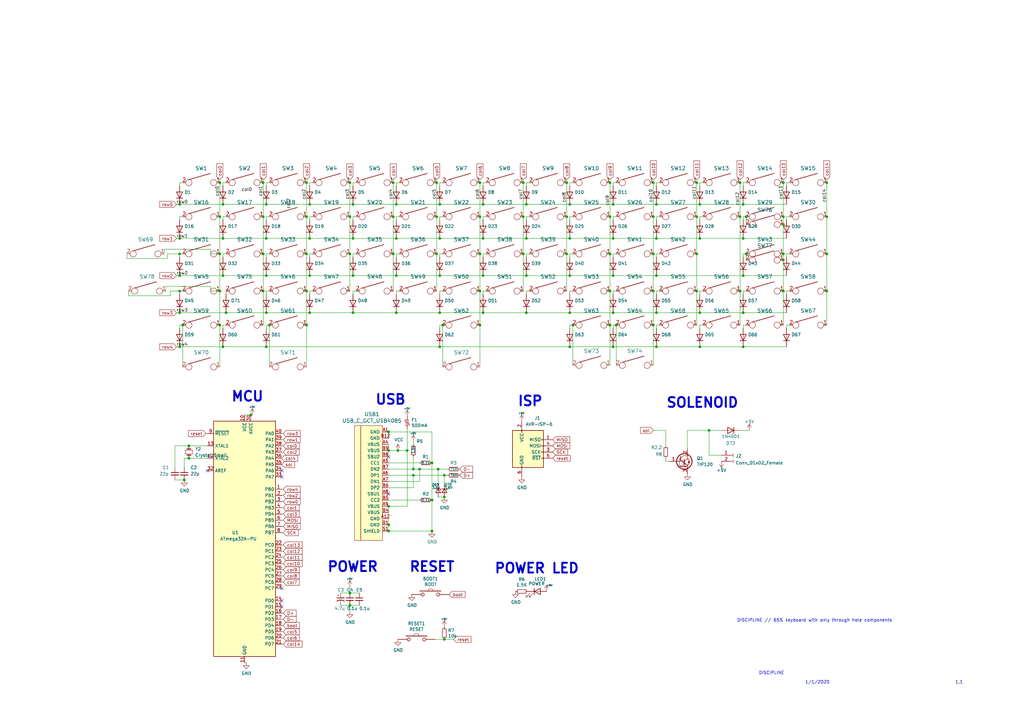
<source format=kicad_sch>
(kicad_sch (version 20230121) (generator eeschema)
  (paper "A3")
  (junction (at 269.24 83.82))
  (junction (at 109.22 113.03))
  (junction (at 290.83 176.53))
  (junction (at 321.31 119.38))
  (junction (at 159.385 215.265))
  (junction (at 196.85 104.14))
  (junction (at 321.31 104.14))
  (junction (at 127 97.79))
  (junction (at 73.66 104.14))
  (junction (at 180.34 83.82))
  (junction (at 172.085 192.405))
  (junction (at 143.51 88.9))
  (junction (at 107.95 119.38))
  (junction (at 127 83.82))
  (junction (at 162.56 97.79))
  (junction (at 306.07 104.14))
  (junction (at 267.97 133.35))
  (junction (at 167.005 184.785))
  (junction (at 250.19 88.9))
  (junction (at 215.9 83.82))
  (junction (at 90.17 104.14))
  (junction (at 162.56 128.27))
  (junction (at 339.09 74.93))
  (junction (at 92.71 128.27))
  (junction (at 179.07 74.93))
  (junction (at 143.51 104.14))
  (junction (at 339.09 119.38))
  (junction (at 304.8 83.82))
  (junction (at 269.24 142.24))
  (junction (at 285.75 88.9))
  (junction (at 303.53 74.93))
  (junction (at 215.9 128.27))
  (junction (at 285.75 119.38))
  (junction (at 233.68 128.27))
  (junction (at 321.31 92.075))
  (junction (at 304.8 113.03))
  (junction (at 250.19 104.14))
  (junction (at 73.66 97.79))
  (junction (at 306.07 88.9))
  (junction (at 125.73 74.93))
  (junction (at 251.46 97.79))
  (junction (at 287.02 97.79))
  (junction (at 144.78 97.79))
  (junction (at 144.78 128.27))
  (junction (at 251.46 142.24))
  (junction (at 182.245 262.255))
  (junction (at 109.22 142.24))
  (junction (at 125.73 104.14))
  (junction (at 232.41 74.93))
  (junction (at 77.47 182.88))
  (junction (at 287.02 128.27))
  (junction (at 233.68 83.82))
  (junction (at 90.17 74.93))
  (junction (at 250.19 119.38))
  (junction (at 267.97 88.9))
  (junction (at 161.29 74.93))
  (junction (at 161.29 104.14))
  (junction (at 267.97 104.14))
  (junction (at 251.46 128.27))
  (junction (at 198.12 97.79))
  (junction (at 198.12 83.82))
  (junction (at 159.385 217.805))
  (junction (at 177.165 205.105))
  (junction (at 215.9 113.03))
  (junction (at 252.73 133.35))
  (junction (at 91.44 142.24))
  (junction (at 127 128.27))
  (junction (at 304.8 128.27))
  (junction (at 109.22 128.27))
  (junction (at 269.24 113.03))
  (junction (at 74.93 133.35))
  (junction (at 269.24 128.27))
  (junction (at 75.565 196.85))
  (junction (at 180.34 142.24))
  (junction (at 144.78 113.03))
  (junction (at 339.09 88.9))
  (junction (at 91.44 113.03))
  (junction (at 125.73 133.35))
  (junction (at 177.165 217.805))
  (junction (at 215.9 97.79))
  (junction (at 182.245 194.945))
  (junction (at 198.12 113.03))
  (junction (at 321.31 106.68))
  (junction (at 181.61 133.35))
  (junction (at 110.49 133.35))
  (junction (at 109.22 97.79))
  (junction (at 162.56 113.03))
  (junction (at 73.66 113.03))
  (junction (at 159.385 184.785))
  (junction (at 180.34 128.27))
  (junction (at 198.12 128.27))
  (junction (at 143.51 248.285))
  (junction (at 196.85 74.93))
  (junction (at 169.545 192.405))
  (junction (at 91.44 83.82))
  (junction (at 107.95 74.93))
  (junction (at 125.73 119.38))
  (junction (at 73.66 119.38))
  (junction (at 177.165 189.865))
  (junction (at 102.87 170.18))
  (junction (at 179.07 104.14))
  (junction (at 196.85 88.9))
  (junction (at 143.51 243.205))
  (junction (at 287.02 83.82))
  (junction (at 180.34 97.79))
  (junction (at 214.63 104.14))
  (junction (at 162.56 83.82))
  (junction (at 77.47 187.96))
  (junction (at 287.02 142.24))
  (junction (at 304.8 142.24))
  (junction (at 250.19 133.35))
  (junction (at 144.78 83.82))
  (junction (at 214.63 88.9))
  (junction (at 196.85 133.35))
  (junction (at 163.195 184.785))
  (junction (at 233.68 113.03))
  (junction (at 91.44 97.79))
  (junction (at 159.385 207.645))
  (junction (at 232.41 88.9))
  (junction (at 251.46 113.03))
  (junction (at 285.75 104.14))
  (junction (at 73.66 142.24))
  (junction (at 90.17 88.9))
  (junction (at 214.63 74.93))
  (junction (at 233.68 142.24))
  (junction (at 233.68 97.79))
  (junction (at 180.34 113.03))
  (junction (at 304.8 97.79))
  (junction (at 107.95 88.9))
  (junction (at 127 113.03))
  (junction (at 179.07 88.9))
  (junction (at 269.24 97.79))
  (junction (at 250.19 74.93))
  (junction (at 196.85 119.38))
  (junction (at 73.66 83.82))
  (junction (at 107.95 104.14))
  (junction (at 73.66 128.27))
  (junction (at 159.385 177.165))
  (junction (at 285.75 74.93))
  (junction (at 90.17 133.35))
  (junction (at 267.97 119.38))
  (junction (at 339.09 104.14))
  (junction (at 125.73 88.9))
  (junction (at 143.51 74.93))
  (junction (at 303.53 88.9))
  (junction (at 251.46 83.82))
  (junction (at 109.22 83.82))
  (junction (at 169.545 194.945))
  (junction (at 90.17 119.38))
  (junction (at 321.31 88.9))
  (junction (at 182.245 203.835))
  (junction (at 321.31 74.93))
  (junction (at 161.29 88.9))
  (junction (at 303.53 119.38))
  (junction (at 234.95 133.35))
  (junction (at 179.705 192.405))
  (junction (at 267.97 74.93))
  (junction (at 232.41 104.14))
  (no_connect (at 85.09 193.04))
  (no_connect (at 115.57 248.92))
  (no_connect (at 115.57 241.3))
  (no_connect (at 115.57 193.04))
  (no_connect (at 115.57 195.58))
  (no_connect (at 159.385 202.565))
  (no_connect (at 115.57 246.38))
  (no_connect (at 159.385 187.325))
  (wire (pts (xy 162.56 88.9) (xy 162.56 90.17)))
  (wire (pts (xy 85.09 187.96) (xy 77.47 187.96)))
  (wire (pts (xy 162.56 83.82) (xy 180.34 83.82)))
  (wire (pts (xy 144.78 119.38) (xy 144.78 120.65)))
  (wire (pts (xy 269.24 74.93) (xy 269.24 76.2)))
  (wire (pts (xy 304.8 142.24) (xy 322.58 142.24)))
  (wire (pts (xy 169.545 192.405) (xy 169.545 187.325)))
  (wire (pts (xy 127 104.14) (xy 127 105.41)))
  (wire (pts (xy 127 128.27) (xy 144.78 128.27)))
  (wire (pts (xy 198.12 113.03) (xy 215.9 113.03)))
  (wire (pts (xy 217.17 119.38) (xy 215.9 119.38)))
  (wire (pts (xy 304.8 74.93) (xy 304.8 76.2)))
  (wire (pts (xy 304.8 133.35) (xy 304.8 134.62)))
  (wire (pts (xy 73.66 83.82) (xy 91.44 83.82)))
  (wire (pts (xy 269.24 104.14) (xy 269.24 105.41)))
  (wire (pts (xy 307.34 176.53) (xy 303.53 176.53)))
  (wire (pts (xy 73.66 104.14) (xy 68.58 104.14)))
  (wire (pts (xy 217.17 74.93) (xy 215.9 74.93)))
  (wire (pts (xy 232.41 73.66) (xy 232.41 74.93)))
  (wire (pts (xy 270.51 119.38) (xy 269.24 119.38)))
  (wire (pts (xy 215.9 97.79) (xy 233.68 97.79)))
  (wire (pts (xy 107.95 73.66) (xy 107.95 74.93)))
  (wire (pts (xy 161.29 88.9) (xy 161.29 104.14)))
  (wire (pts (xy 250.19 73.66) (xy 250.19 74.93)))
  (wire (pts (xy 128.27 74.93) (xy 127 74.93)))
  (wire (pts (xy 85.09 177.8) (xy 84.455 177.8)))
  (wire (pts (xy 252.73 119.38) (xy 251.46 119.38)))
  (wire (pts (xy 73.66 74.93) (xy 73.66 76.2)))
  (wire (pts (xy 159.385 205.105) (xy 172.085 205.105)))
  (wire (pts (xy 74.93 119.38) (xy 73.66 119.38)))
  (wire (pts (xy 163.83 88.9) (xy 162.56 88.9)))
  (wire (pts (xy 86.36 119.38) (xy 90.17 119.38)))
  (wire (pts (xy 146.05 119.38) (xy 144.78 119.38)))
  (wire (pts (xy 73.66 142.24) (xy 91.44 142.24)))
  (wire (pts (xy 267.97 74.93) (xy 267.97 88.9)))
  (wire (pts (xy 267.97 149.86) (xy 267.97 133.35)))
  (wire (pts (xy 186.055 262.255) (xy 182.245 262.255)))
  (wire (pts (xy 52.705 121.285) (xy 69.85 121.285)))
  (wire (pts (xy 91.44 97.79) (xy 109.22 97.79)))
  (wire (pts (xy 159.385 217.805) (xy 177.165 217.805)))
  (wire (pts (xy 109.22 128.27) (xy 127 128.27)))
  (wire (pts (xy 251.46 83.82) (xy 269.24 83.82)))
  (wire (pts (xy 172.085 197.485) (xy 159.385 197.485)))
  (wire (pts (xy 115.57 259.08) (xy 116.205 259.08)))
  (wire (pts (xy 251.46 74.93) (xy 251.46 76.2)))
  (wire (pts (xy 115.57 256.54) (xy 116.205 256.54)))
  (wire (pts (xy 67.31 104.14) (xy 67.31 102.235)))
  (wire (pts (xy 107.95 119.38) (xy 107.95 133.35)))
  (wire (pts (xy 322.58 119.38) (xy 322.58 120.65)))
  (wire (pts (xy 306.07 92.075) (xy 306.07 88.9)))
  (wire (pts (xy 161.29 74.93) (xy 161.29 88.9)))
  (wire (pts (xy 287.02 119.38) (xy 287.02 120.65)))
  (wire (pts (xy 322.58 104.14) (xy 322.58 105.41)))
  (wire (pts (xy 234.95 74.93) (xy 233.68 74.93)))
  (wire (pts (xy 273.05 189.23) (xy 273.05 187.96)))
  (wire (pts (xy 233.68 97.79) (xy 251.46 97.79)))
  (wire (pts (xy 321.31 106.68) (xy 321.31 119.38)))
  (wire (pts (xy 179.705 203.835) (xy 182.245 203.835)))
  (wire (pts (xy 128.27 88.9) (xy 127 88.9)))
  (wire (pts (xy 181.61 104.14) (xy 180.34 104.14)))
  (wire (pts (xy 281.94 176.53) (xy 290.83 176.53)))
  (wire (pts (xy 339.09 104.14) (xy 339.09 119.38)))
  (wire (pts (xy 287.02 88.9) (xy 287.02 90.17)))
  (wire (pts (xy 252.73 74.93) (xy 251.46 74.93)))
  (wire (pts (xy 125.73 150.495) (xy 125.73 133.35)))
  (wire (pts (xy 285.75 73.66) (xy 285.75 74.93)))
  (wire (pts (xy 285.75 119.38) (xy 285.75 133.35)))
  (wire (pts (xy 304.8 97.79) (xy 322.58 97.79)))
  (wire (pts (xy 159.385 189.865) (xy 172.085 189.865)))
  (wire (pts (xy 68.58 104.14) (xy 68.58 106.045)))
  (wire (pts (xy 217.17 104.14) (xy 215.9 104.14)))
  (wire (pts (xy 109.22 97.79) (xy 127 97.79)))
  (wire (pts (xy 233.68 88.9) (xy 233.68 90.17)))
  (wire (pts (xy 273.05 176.53) (xy 273.05 182.88)))
  (wire (pts (xy 273.05 176.53) (xy 267.97 176.53)))
  (wire (pts (xy 180.34 74.93) (xy 180.34 76.2)))
  (wire (pts (xy 322.58 88.9) (xy 322.58 90.17)))
  (wire (pts (xy 323.85 74.93) (xy 322.58 74.93)))
  (wire (pts (xy 215.9 119.38) (xy 215.9 120.65)))
  (wire (pts (xy 270.51 133.35) (xy 269.24 133.35)))
  (wire (pts (xy 159.385 179.705) (xy 159.385 177.165)))
  (wire (pts (xy 214.63 74.93) (xy 214.63 88.9)))
  (wire (pts (xy 115.57 180.34) (xy 116.205 180.34)))
  (wire (pts (xy 144.78 97.79) (xy 162.56 97.79)))
  (wire (pts (xy 69.85 119.38) (xy 73.66 119.38)))
  (wire (pts (xy 182.245 194.945) (xy 182.245 198.755)))
  (wire (pts (xy 115.57 233.68) (xy 116.205 233.68)))
  (wire (pts (xy 144.78 104.14) (xy 144.78 105.41)))
  (wire (pts (xy 86.36 104.14) (xy 90.17 104.14)))
  (wire (pts (xy 128.27 119.38) (xy 127 119.38)))
  (wire (pts (xy 269.24 119.38) (xy 269.24 120.65)))
  (wire (pts (xy 180.34 97.79) (xy 198.12 97.79)))
  (wire (pts (xy 163.83 74.93) (xy 162.56 74.93)))
  (wire (pts (xy 288.29 119.38) (xy 287.02 119.38)))
  (wire (pts (xy 91.44 88.9) (xy 91.44 90.17)))
  (wire (pts (xy 180.34 88.9) (xy 180.34 90.17)))
  (wire (pts (xy 71.755 182.88) (xy 71.755 191.77)))
  (wire (pts (xy 159.385 210.185) (xy 159.385 207.645)))
  (wire (pts (xy 217.17 88.9) (xy 215.9 88.9)))
  (wire (pts (xy 306.07 119.38) (xy 304.8 119.38)))
  (wire (pts (xy 269.24 88.9) (xy 269.24 90.17)))
  (wire (pts (xy 198.12 119.38) (xy 198.12 120.65)))
  (wire (pts (xy 290.83 176.53) (xy 295.91 176.53)))
  (wire (pts (xy 269.24 97.79) (xy 287.02 97.79)))
  (wire (pts (xy 288.29 74.93) (xy 287.02 74.93)))
  (wire (pts (xy 196.85 88.9) (xy 196.85 104.14)))
  (wire (pts (xy 303.53 88.9) (xy 303.53 119.38)))
  (wire (pts (xy 196.85 73.66) (xy 196.85 74.93)))
  (wire (pts (xy 269.24 113.03) (xy 304.8 113.03)))
  (wire (pts (xy 233.68 113.03) (xy 251.46 113.03)))
  (wire (pts (xy 52.07 106.045) (xy 52.07 104.14)))
  (wire (pts (xy 72.39 97.79) (xy 73.66 97.79)))
  (wire (pts (xy 115.57 236.22) (xy 116.205 236.22)))
  (wire (pts (xy 182.245 262.255) (xy 178.435 262.255)))
  (wire (pts (xy 303.53 119.38) (xy 303.53 133.35)))
  (wire (pts (xy 127 88.9) (xy 127 90.17)))
  (wire (pts (xy 146.05 88.9) (xy 144.78 88.9)))
  (wire (pts (xy 115.57 185.42) (xy 116.205 185.42)))
  (wire (pts (xy 304.8 83.82) (xy 322.58 83.82)))
  (wire (pts (xy 321.31 119.38) (xy 321.31 133.35)))
  (wire (pts (xy 92.71 128.27) (xy 109.22 128.27)))
  (wire (pts (xy 269.24 133.35) (xy 269.24 134.62)))
  (wire (pts (xy 215.9 104.14) (xy 215.9 105.41)))
  (wire (pts (xy 100.33 271.78) (xy 100.965 271.78)))
  (wire (pts (xy 321.31 92.075) (xy 321.31 104.14)))
  (wire (pts (xy 115.57 215.9) (xy 116.205 215.9)))
  (wire (pts (xy 52.705 119.38) (xy 52.705 121.285)))
  (wire (pts (xy 109.22 113.03) (xy 127 113.03)))
  (wire (pts (xy 198.12 104.14) (xy 198.12 105.41)))
  (wire (pts (xy 90.17 74.93) (xy 90.17 88.9)))
  (wire (pts (xy 86.36 117.475) (xy 86.36 119.38)))
  (wire (pts (xy 107.95 74.93) (xy 107.95 88.9)))
  (wire (pts (xy 321.31 104.14) (xy 321.31 106.68)))
  (wire (pts (xy 163.195 184.785) (xy 167.005 184.785)))
  (wire (pts (xy 339.09 74.93) (xy 339.09 88.9)))
  (wire (pts (xy 127 119.38) (xy 127 120.65)))
  (wire (pts (xy 169.545 182.245) (xy 169.545 180.975)))
  (wire (pts (xy 180.34 83.82) (xy 198.12 83.82)))
  (wire (pts (xy 110.49 119.38) (xy 109.22 119.38)))
  (wire (pts (xy 72.39 128.27) (xy 73.66 128.27)))
  (wire (pts (xy 72.39 83.82) (xy 73.66 83.82)))
  (wire (pts (xy 177.165 177.165) (xy 177.165 189.865)))
  (wire (pts (xy 73.66 119.38) (xy 73.66 120.65)))
  (wire (pts (xy 232.41 104.14) (xy 232.41 119.38)))
  (wire (pts (xy 125.73 104.14) (xy 125.73 119.38)))
  (wire (pts (xy 215.9 113.03) (xy 233.68 113.03)))
  (wire (pts (xy 163.83 104.14) (xy 162.56 104.14)))
  (wire (pts (xy 115.57 213.36) (xy 116.205 213.36)))
  (wire (pts (xy 74.93 104.14) (xy 73.66 104.14)))
  (wire (pts (xy 100.33 170.18) (xy 102.87 170.18)))
  (wire (pts (xy 92.71 74.93) (xy 91.44 74.93)))
  (wire (pts (xy 128.27 104.14) (xy 127 104.14)))
  (wire (pts (xy 179.07 74.93) (xy 179.07 88.9)))
  (wire (pts (xy 169.545 200.025) (xy 159.385 200.025)))
  (wire (pts (xy 144.78 128.27) (xy 162.56 128.27)))
  (wire (pts (xy 251.46 104.14) (xy 251.46 105.41)))
  (wire (pts (xy 181.61 150.495) (xy 181.61 133.35)))
  (wire (pts (xy 215.9 83.82) (xy 233.68 83.82)))
  (wire (pts (xy 163.83 119.38) (xy 162.56 119.38)))
  (wire (pts (xy 110.49 74.93) (xy 109.22 74.93)))
  (wire (pts (xy 107.95 88.9) (xy 107.95 104.14)))
  (wire (pts (xy 143.51 104.14) (xy 143.51 119.38)))
  (wire (pts (xy 115.57 182.88) (xy 116.205 182.88)))
  (wire (pts (xy 92.71 104.14) (xy 91.44 104.14)))
  (wire (pts (xy 304.8 88.9) (xy 304.8 90.17)))
  (wire (pts (xy 115.57 205.74) (xy 116.205 205.74)))
  (wire (pts (xy 267.97 88.9) (xy 267.97 104.14)))
  (wire (pts (xy 288.29 88.9) (xy 287.02 88.9)))
  (wire (pts (xy 234.95 119.38) (xy 233.68 119.38)))
  (wire (pts (xy 215.9 74.93) (xy 215.9 76.2)))
  (wire (pts (xy 198.12 128.27) (xy 215.9 128.27)))
  (wire (pts (xy 180.34 133.35) (xy 180.34 134.62)))
  (wire (pts (xy 115.57 177.8) (xy 116.205 177.8)))
  (wire (pts (xy 232.41 74.93) (xy 232.41 88.9)))
  (wire (pts (xy 251.46 133.35) (xy 251.46 134.62)))
  (wire (pts (xy 252.73 104.14) (xy 251.46 104.14)))
  (wire (pts (xy 196.85 104.14) (xy 196.85 119.38)))
  (wire (pts (xy 250.19 104.14) (xy 250.19 119.38)))
  (wire (pts (xy 214.63 104.14) (xy 214.63 119.38)))
  (wire (pts (xy 179.07 104.14) (xy 179.07 119.38)))
  (wire (pts (xy 91.44 113.03) (xy 109.22 113.03)))
  (wire (pts (xy 339.09 119.38) (xy 339.09 133.35)))
  (wire (pts (xy 215.9 88.9) (xy 215.9 90.17)))
  (wire (pts (xy 73.66 97.79) (xy 91.44 97.79)))
  (wire (pts (xy 269.24 142.24) (xy 287.02 142.24)))
  (wire (pts (xy 179.07 88.9) (xy 179.07 104.14)))
  (wire (pts (xy 125.73 74.93) (xy 125.73 88.9)))
  (wire (pts (xy 323.85 133.35) (xy 322.58 133.35)))
  (wire (pts (xy 109.22 142.24) (xy 180.34 142.24)))
  (wire (pts (xy 72.39 113.03) (xy 73.66 113.03)))
  (wire (pts (xy 159.385 215.265) (xy 159.385 217.805)))
  (wire (pts (xy 144.78 113.03) (xy 162.56 113.03)))
  (wire (pts (xy 172.085 192.405) (xy 179.705 192.405)))
  (wire (pts (xy 144.78 88.9) (xy 144.78 90.17)))
  (wire (pts (xy 110.49 150.495) (xy 110.49 133.35)))
  (wire (pts (xy 115.57 223.52) (xy 116.205 223.52)))
  (wire (pts (xy 321.31 88.9) (xy 321.31 92.075)))
  (wire (pts (xy 92.71 88.9) (xy 91.44 88.9)))
  (wire (pts (xy 162.56 97.79) (xy 180.34 97.79)))
  (wire (pts (xy 252.73 133.35) (xy 251.46 133.35)))
  (wire (pts (xy 233.68 128.27) (xy 251.46 128.27)))
  (wire (pts (xy 181.61 88.9) (xy 180.34 88.9)))
  (wire (pts (xy 127 97.79) (xy 144.78 97.79)))
  (wire (pts (xy 162.56 128.27) (xy 180.34 128.27)))
  (wire (pts (xy 199.39 119.38) (xy 198.12 119.38)))
  (wire (pts (xy 234.95 104.14) (xy 233.68 104.14)))
  (wire (pts (xy 251.46 128.27) (xy 269.24 128.27)))
  (wire (pts (xy 250.19 149.86) (xy 250.19 133.35)))
  (wire (pts (xy 250.19 74.93) (xy 250.19 88.9)))
  (wire (pts (xy 115.57 218.44) (xy 116.205 218.44)))
  (wire (pts (xy 73.66 128.27) (xy 92.71 128.27)))
  (wire (pts (xy 199.39 104.14) (xy 198.12 104.14)))
  (wire (pts (xy 143.51 243.205) (xy 147.32 243.205)))
  (wire (pts (xy 77.47 187.96) (xy 75.565 187.96)))
  (wire (pts (xy 73.66 133.35) (xy 73.66 134.62)))
  (wire (pts (xy 109.22 74.93) (xy 109.22 76.2)))
  (wire (pts (xy 167.005 184.785) (xy 167.005 175.895)))
  (wire (pts (xy 162.56 74.93) (xy 162.56 76.2)))
  (wire (pts (xy 304.8 113.03) (xy 322.58 113.03)))
  (wire (pts (xy 115.57 231.14) (xy 116.205 231.14)))
  (wire (pts (xy 196.85 74.93) (xy 196.85 88.9)))
  (wire (pts (xy 233.68 142.24) (xy 251.46 142.24)))
  (wire (pts (xy 115.57 208.28) (xy 116.205 208.28)))
  (wire (pts (xy 214.63 73.66) (xy 214.63 74.93)))
  (wire (pts (xy 182.245 194.945) (xy 183.515 194.945)))
  (wire (pts (xy 281.94 184.15) (xy 281.94 176.53)))
  (wire (pts (xy 74.93 133.35) (xy 73.66 133.35)))
  (wire (pts (xy 90.17 73.66) (xy 90.17 74.93)))
  (wire (pts (xy 198.12 97.79) (xy 215.9 97.79)))
  (wire (pts (xy 322.58 133.35) (xy 322.58 134.62)))
  (wire (pts (xy 321.31 74.93) (xy 321.31 88.9)))
  (wire (pts (xy 109.22 119.38) (xy 109.22 120.65)))
  (wire (pts (xy 109.22 83.82) (xy 127 83.82)))
  (wire (pts (xy 270.51 104.14) (xy 269.24 104.14)))
  (wire (pts (xy 251.46 113.03) (xy 269.24 113.03)))
  (wire (pts (xy 125.73 73.66) (xy 125.73 74.93)))
  (wire (pts (xy 199.39 74.93) (xy 198.12 74.93)))
  (wire (pts (xy 181.61 133.35) (xy 180.34 133.35)))
  (wire (pts (xy 181.61 74.93) (xy 180.34 74.93)))
  (wire (pts (xy 306.07 74.93) (xy 304.8 74.93)))
  (wire (pts (xy 287.02 83.82) (xy 304.8 83.82)))
  (wire (pts (xy 306.07 106.68) (xy 306.07 104.14)))
  (wire (pts (xy 287.02 97.79) (xy 304.8 97.79)))
  (wire (pts (xy 252.73 149.86) (xy 252.73 133.35)))
  (wire (pts (xy 110.49 133.35) (xy 109.22 133.35)))
  (wire (pts (xy 251.46 142.24) (xy 269.24 142.24)))
  (wire (pts (xy 169.545 194.945) (xy 182.245 194.945)))
  (wire (pts (xy 109.22 133.35) (xy 109.22 134.62)))
  (wire (pts (xy 323.85 88.9) (xy 322.58 88.9)))
  (wire (pts (xy 234.95 149.86) (xy 234.95 133.35)))
  (wire (pts (xy 199.39 88.9) (xy 198.12 88.9)))
  (wire (pts (xy 306.07 133.35) (xy 304.8 133.35)))
  (wire (pts (xy 90.17 119.38) (xy 90.17 133.35)))
  (wire (pts (xy 125.73 119.38) (xy 125.73 133.35)))
  (wire (pts (xy 161.29 73.66) (xy 161.29 74.93)))
  (wire (pts (xy 71.755 196.85) (xy 75.565 196.85)))
  (wire (pts (xy 285.75 104.14) (xy 285.75 119.38)))
  (wire (pts (xy 233.68 119.38) (xy 233.68 120.65)))
  (wire (pts (xy 287.02 133.35) (xy 287.02 134.62)))
  (wire (pts (xy 179.07 73.66) (xy 179.07 74.93)))
  (wire (pts (xy 159.385 212.725) (xy 159.385 215.265)))
  (wire (pts (xy 180.34 104.14) (xy 180.34 105.41)))
  (wire (pts (xy 323.85 104.14) (xy 322.58 104.14)))
  (wire (pts (xy 143.51 248.285) (xy 147.32 248.285)))
  (wire (pts (xy 74.93 74.93) (xy 73.66 74.93)))
  (wire (pts (xy 234.95 133.35) (xy 233.68 133.35)))
  (wire (pts (xy 91.44 142.24) (xy 109.22 142.24)))
  (wire (pts (xy 159.385 184.785) (xy 163.195 184.785)))
  (wire (pts (xy 295.91 186.69) (xy 290.83 186.69)))
  (wire (pts (xy 110.49 88.9) (xy 109.22 88.9)))
  (wire (pts (xy 73.66 113.03) (xy 91.44 113.03)))
  (wire (pts (xy 252.73 88.9) (xy 251.46 88.9)))
  (wire (pts (xy 180.34 119.38) (xy 180.34 120.65)))
  (wire (pts (xy 232.41 88.9) (xy 232.41 104.14)))
  (wire (pts (xy 180.34 128.27) (xy 198.12 128.27)))
  (wire (pts (xy 169.545 192.405) (xy 172.085 192.405)))
  (wire (pts (xy 127 83.82) (xy 144.78 83.82)))
  (wire (pts (xy 102.87 170.18) (xy 103.505 170.18)))
  (wire (pts (xy 115.57 200.66) (xy 116.205 200.66)))
  (wire (pts (xy 90.17 88.9) (xy 90.17 104.14)))
  (wire (pts (xy 290.83 186.69) (xy 290.83 176.53)))
  (wire (pts (xy 251.46 88.9) (xy 251.46 90.17)))
  (wire (pts (xy 67.945 117.475) (xy 86.36 117.475)))
  (wire (pts (xy 143.51 74.93) (xy 143.51 88.9)))
  (wire (pts (xy 91.44 74.93) (xy 91.44 76.2)))
  (wire (pts (xy 144.78 74.93) (xy 144.78 76.2)))
  (wire (pts (xy 172.085 192.405) (xy 172.085 197.485)))
  (wire (pts (xy 198.12 74.93) (xy 198.12 76.2)))
  (wire (pts (xy 179.705 192.405) (xy 183.515 192.405)))
  (wire (pts (xy 162.56 104.14) (xy 162.56 105.41)))
  (wire (pts (xy 115.57 254) (xy 116.205 254)))
  (wire (pts (xy 198.12 83.82) (xy 215.9 83.82)))
  (wire (pts (xy 115.57 203.2) (xy 116.205 203.2)))
  (wire (pts (xy 181.61 119.38) (xy 180.34 119.38)))
  (wire (pts (xy 339.09 88.9) (xy 339.09 104.14)))
  (wire (pts (xy 90.17 150.495) (xy 90.17 133.35)))
  (wire (pts (xy 233.68 133.35) (xy 233.68 134.62)))
  (wire (pts (xy 159.385 177.165) (xy 177.165 177.165)))
  (wire (pts (xy 67.945 119.38) (xy 67.945 117.475)))
  (wire (pts (xy 267.97 119.38) (xy 267.97 133.35)))
  (wire (pts (xy 143.51 88.9) (xy 143.51 104.14)))
  (wire (pts (xy 270.51 74.93) (xy 269.24 74.93)))
  (wire (pts (xy 269.24 83.82) (xy 287.02 83.82)))
  (wire (pts (xy 162.56 119.38) (xy 162.56 120.65)))
  (wire (pts (xy 323.85 119.38) (xy 322.58 119.38)))
  (wire (pts (xy 115.57 226.06) (xy 116.205 226.06)))
  (wire (pts (xy 143.51 248.285) (xy 143.51 250.825)))
  (wire (pts (xy 68.58 106.045) (xy 52.07 106.045)))
  (wire (pts (xy 162.56 113.03) (xy 180.34 113.03)))
  (wire (pts (xy 304.8 119.38) (xy 304.8 120.65)))
  (wire (pts (xy 287.02 128.27) (xy 304.8 128.27)))
  (wire (pts (xy 233.68 104.14) (xy 233.68 105.41)))
  (wire (pts (xy 180.34 113.03) (xy 198.12 113.03)))
  (wire (pts (xy 304.8 104.14) (xy 304.8 105.41)))
  (wire (pts (xy 74.93 88.9) (xy 73.66 88.9)))
  (wire (pts (xy 146.05 104.14) (xy 144.78 104.14)))
  (wire (pts (xy 251.46 97.79) (xy 269.24 97.79)))
  (wire (pts (xy 92.71 119.38) (xy 92.71 120.65)))
  (wire (pts (xy 167.005 207.645) (xy 159.385 207.645)))
  (wire (pts (xy 146.05 74.93) (xy 144.78 74.93)))
  (wire (pts (xy 115.57 264.16) (xy 116.205 264.16)))
  (wire (pts (xy 167.005 184.785) (xy 167.005 207.645)))
  (wire (pts (xy 67.31 102.235) (xy 86.36 102.235)))
  (wire (pts (xy 159.385 182.245) (xy 159.385 184.785)))
  (wire (pts (xy 287.02 142.24) (xy 304.8 142.24)))
  (wire (pts (xy 215.9 128.27) (xy 233.68 128.27)))
  (wire (pts (xy 287.02 74.93) (xy 287.02 76.2)))
  (wire (pts (xy 303.53 73.66) (xy 303.53 74.93)))
  (wire (pts (xy 306.07 104.14) (xy 304.8 104.14)))
  (wire (pts (xy 214.63 88.9) (xy 214.63 104.14)))
  (wire (pts (xy 115.57 210.82) (xy 116.205 210.82)))
  (wire (pts (xy 285.75 74.93) (xy 285.75 88.9)))
  (wire (pts (xy 110.49 104.14) (xy 109.22 104.14)))
  (wire (pts (xy 90.17 104.14) (xy 90.17 119.38)))
  (wire (pts (xy 267.97 73.66) (xy 267.97 74.93)))
  (wire (pts (xy 127 113.03) (xy 144.78 113.03)))
  (wire (pts (xy 321.31 73.66) (xy 321.31 74.93)))
  (wire (pts (xy 77.47 182.88) (xy 85.09 182.88)))
  (wire (pts (xy 177.165 189.865) (xy 177.165 205.105)))
  (wire (pts (xy 73.66 88.9) (xy 73.66 90.17)))
  (wire (pts (xy 139.7 243.205) (xy 143.51 243.205)))
  (wire (pts (xy 69.85 121.285) (xy 69.85 119.38)))
  (wire (pts (xy 92.71 133.35) (xy 91.44 133.35)))
  (wire (pts (xy 115.57 228.6) (xy 116.205 228.6)))
  (wire (pts (xy 177.165 205.105) (xy 177.165 217.805)))
  (wire (pts (xy 180.34 142.24) (xy 233.68 142.24)))
  (wire (pts (xy 233.68 83.82) (xy 251.46 83.82)))
  (wire (pts (xy 274.32 189.23) (xy 273.05 189.23)))
  (wire (pts (xy 115.57 238.76) (xy 116.205 238.76)))
  (wire (pts (xy 234.95 88.9) (xy 233.68 88.9)))
  (wire (pts (xy 73.66 104.14) (xy 73.66 105.41)))
  (wire (pts (xy 127 74.93) (xy 127 76.2)))
  (wire (pts (xy 269.24 128.27) (xy 287.02 128.27)))
  (wire (pts (xy 159.385 192.405) (xy 169.545 192.405)))
  (wire (pts (xy 233.68 74.93) (xy 233.68 76.2)))
  (wire (pts (xy 109.22 88.9) (xy 109.22 90.17)))
  (wire (pts (xy 339.09 73.66) (xy 339.09 74.93)))
  (wire (pts (xy 161.29 104.14) (xy 161.29 119.38)))
  (wire (pts (xy 322.58 74.93) (xy 322.58 76.2)))
  (wire (pts (xy 198.12 88.9) (xy 198.12 90.17)))
  (wire (pts (xy 250.19 119.38) (xy 250.19 133.35)))
  (wire (pts (xy 251.46 119.38) (xy 251.46 120.65)))
  (wire (pts (xy 143.51 243.205) (xy 143.51 240.665)))
  (wire (pts (xy 267.97 104.14) (xy 267.97 119.38)))
  (wire (pts (xy 285.75 88.9) (xy 285.75 104.14)))
  (wire (pts (xy 306.07 88.9) (xy 304.8 88.9)))
  (wire (pts (xy 303.53 74.93) (xy 303.53 88.9)))
  (wire (pts (xy 71.755 182.88) (xy 77.47 182.88)))
  (wire (pts (xy 86.36 102.235) (xy 86.36 104.14)))
  (wire (pts (xy 304.8 128.27) (xy 322.58 128.27)))
  (wire (pts (xy 115.57 261.62) (xy 116.205 261.62)))
  (wire (pts (xy 250.19 88.9) (xy 250.19 104.14)))
  (wire (pts (xy 115.57 251.46) (xy 116.205 251.46)))
  (wire (pts (xy 288.29 133.35) (xy 287.02 133.35)))
  (wire (pts (xy 143.51 73.66) (xy 143.51 74.93)))
  (wire (pts (xy 72.39 142.24) (xy 73.66 142.24)))
  (wire (pts (xy 169.545 194.945) (xy 169.545 200.025)))
  (wire (pts (xy 196.85 150.495) (xy 196.85 133.35)))
  (wire (pts (xy 125.73 88.9) (xy 125.73 104.14)))
  (wire (pts (xy 91.44 83.82) (xy 109.22 83.82)))
  (wire (pts (xy 139.7 248.285) (xy 143.51 248.285)))
  (wire (pts (xy 107.95 104.14) (xy 107.95 119.38)))
  (wire (pts (xy 179.705 192.405) (xy 179.705 198.755)))
  (wire (pts (xy 270.51 88.9) (xy 269.24 88.9)))
  (wire (pts (xy 75.565 187.96) (xy 75.565 191.77)))
  (wire (pts (xy 109.22 104.14) (xy 109.22 105.41)))
  (wire (pts (xy 144.78 83.82) (xy 162.56 83.82)))
  (wire (pts (xy 159.385 194.945) (xy 169.545 194.945)))
  (wire (pts (xy 91.44 133.35) (xy 91.44 134.62)))
  (wire (pts (xy 196.85 119.38) (xy 196.85 133.35)))
  (wire (pts (xy 74.93 150.495) (xy 74.93 133.35)))
  (wire (pts (xy 91.44 104.14) (xy 91.44 105.41)))
  (text "POWER" (at 133.985 234.95 0) (effects (font (size 3.9878 3.9878) (thickness 0.7976) bold) (justify left bottom)))
  (text "DISCIPLINE // 65% keyboard with only through hole components" (at 302.26 255.27 0) (effects (font (size 1.27 1.27)) (justify left bottom)))
  (text "ISP" (at 212.09 167.005 0) (effects (font (size 3.9878 3.9878) (thickness 0.7976) bold) (justify left bottom)))
  (text "RESET" (at 167.64 234.95 0) (effects (font (size 3.9878 3.9878) (thickness 0.7976) bold) (justify left bottom)))
  (text "USB" (at 153.67 166.37 0) (effects (font (size 3.9878 3.9878) (thickness 0.7976) bold) (justify left bottom)))
  (text "POWER LED" (at 202.565 235.585 0) (effects (font (size 3.9878 3.9878) (thickness 0.7976) bold) (justify left bottom)))
  (text "SOLENOID" (at 273.05 167.64 0) (effects (font (size 3.9878 3.9878) (thickness 0.7976) bold) (justify left bottom)))
  (text "1/1/2020" (at 330.2 280.67 0) (effects (font (size 1.27 1.27)) (justify left bottom)))
  (text "MCU" (at 94.615 165.1 0) (effects (font (size 3.9878 3.9878) (thickness 0.7976) bold) (justify left bottom)))
  (text "DISCIPLINE" (at 311.15 276.86 0) (effects (font (size 1.27 1.27)) (justify left bottom)))
  (text "1.1" (at 394.97 280.67 0) (effects (font (size 1.27 1.27)) (justify right bottom)))
  (label "col9" (at 250.19 80.01 270))
  (label "col6" (at 196.85 77.47 270))
  (label "col12" (at 303.53 78.74 270))
  (label "col1" (at 107.95 76.2 270))
  (label "col8" (at 232.41 78.74 270))
  (label "row3" (at 72.39 128.27 0))
  (label "col10" (at 267.97 77.47 270))
  (label "col4" (at 161.29 77.47 270))
  (label "col3" (at 143.51 77.47 270))
  (label "col14" (at 339.09 77.47 270))
  (label "row1" (at 72.39 97.79 0))
  (label "col13" (at 321.31 76.2 270))
  (label "col7" (at 214.63 77.47 270))
  (label "col2" (at 119.38 81.28 270))
  (label "col0" (at 90.17 76.2 270))
  (label "col0" (at 99.06 78.74 0))
  (label "col5" (at 179.07 77.47 270))
  (label "row0" (at 72.39 83.82 0))
  (label "row4" (at 72.39 142.24 0))
  (label "col2" (at 125.73 77.47 270))
  (label "col11" (at 285.75 76.2 270))
  (label "row2" (at 72.39 113.03 0))
  (global_label "D+" (shape input) (at 116.205 251.46 0) (property "Intersheetrefs" "${INTERSHEET_REFS}" (effects hide)))
  (global_label "D-" (shape input) (at 188.595 192.405 0) (property "Intersheetrefs" "${INTERSHEET_REFS}" (effects hide)))
  (global_label "reset" (shape input) (at 84.455 177.8 180) (property "Intersheetrefs" "${INTERSHEET_REFS}" (effects hide)))
  (global_label "D-" (shape input) (at 116.205 254 0) (property "Intersheetrefs" "${INTERSHEET_REFS}" (effects hide)))
  (global_label "col10" (shape input) (at 116.205 231.14 0) (property "Intersheetrefs" "${INTERSHEET_REFS}" (effects hide)))
  (global_label "col11" (shape input) (at 116.205 228.6 0) (property "Intersheetrefs" "${INTERSHEET_REFS}" (effects hide)))
  (global_label "row1" (shape input) (at 72.39 97.79 180) (property "Intersheetrefs" "${INTERSHEET_REFS}" (effects hide)))
  (global_label "col13" (shape input) (at 321.31 73.66 90) (property "Intersheetrefs" "${INTERSHEET_REFS}" (effects hide)))
  (global_label "col4" (shape input) (at 161.29 73.66 90) (property "Intersheetrefs" "${INTERSHEET_REFS}" (effects hide)))
  (global_label "col9" (shape input) (at 250.19 73.66 90) (property "Intersheetrefs" "${INTERSHEET_REFS}" (effects hide)))
  (global_label "row4" (shape input) (at 72.39 142.24 180) (property "Intersheetrefs" "${INTERSHEET_REFS}" (effects hide)))
  (global_label "sol" (shape input) (at 115.57 190.5 0) (property "Intersheetrefs" "${INTERSHEET_REFS}" (effects hide)))
  (global_label "col6" (shape input) (at 116.205 261.62 0) (property "Intersheetrefs" "${INTERSHEET_REFS}" (effects hide)))
  (global_label "MOSI" (shape input) (at 116.205 213.36 0) (property "Intersheetrefs" "${INTERSHEET_REFS}" (effects hide)))
  (global_label "col0" (shape input) (at 90.17 73.66 90) (property "Intersheetrefs" "${INTERSHEET_REFS}" (effects hide)))
  (global_label "col5" (shape input) (at 116.205 259.08 0) (property "Intersheetrefs" "${INTERSHEET_REFS}" (effects hide)))
  (global_label "MOSI" (shape input) (at 226.695 182.88 0) (property "Intersheetrefs" "${INTERSHEET_REFS}" (effects hide)))
  (global_label "col8" (shape input) (at 232.41 73.66 90) (property "Intersheetrefs" "${INTERSHEET_REFS}" (effects hide)))
  (global_label "row3" (shape input) (at 116.205 177.8 0) (property "Intersheetrefs" "${INTERSHEET_REFS}" (effects hide)))
  (global_label "col12" (shape input) (at 116.205 226.06 0) (property "Intersheetrefs" "${INTERSHEET_REFS}" (effects hide)))
  (global_label "col14" (shape input) (at 339.09 73.66 90) (property "Intersheetrefs" "${INTERSHEET_REFS}" (effects hide)))
  (global_label "col7" (shape input) (at 116.205 238.76 0) (property "Intersheetrefs" "${INTERSHEET_REFS}" (effects hide)))
  (global_label "row4" (shape input) (at 116.205 200.66 0) (property "Intersheetrefs" "${INTERSHEET_REFS}" (effects hide)))
  (global_label "row3" (shape input) (at 72.39 128.27 180) (property "Intersheetrefs" "${INTERSHEET_REFS}" (effects hide)))
  (global_label "row1" (shape input) (at 116.205 180.34 0) (property "Intersheetrefs" "${INTERSHEET_REFS}" (effects hide)))
  (global_label "col1" (shape input) (at 116.205 208.28 0) (property "Intersheetrefs" "${INTERSHEET_REFS}" (effects hide)))
  (global_label "col9" (shape input) (at 116.205 233.68 0) (property "Intersheetrefs" "${INTERSHEET_REFS}" (effects hide)))
  (global_label "col0" (shape input) (at 116.205 182.88 0) (property "Intersheetrefs" "${INTERSHEET_REFS}" (effects hide)))
  (global_label "sol" (shape input) (at 267.97 176.53 180) (property "Intersheetrefs" "${INTERSHEET_REFS}" (effects hide)))
  (global_label "row0" (shape input) (at 72.39 83.82 180) (property "Intersheetrefs" "${INTERSHEET_REFS}" (effects hide)))
  (global_label "col5" (shape input) (at 179.07 73.66 90) (property "Intersheetrefs" "${INTERSHEET_REFS}" (effects hide)))
  (global_label "row2" (shape input) (at 72.39 113.03 180) (property "Intersheetrefs" "${INTERSHEET_REFS}" (effects hide)))
  (global_label "col13" (shape input) (at 116.205 223.52 0) (property "Intersheetrefs" "${INTERSHEET_REFS}" (effects hide)))
  (global_label "col3" (shape input) (at 143.51 73.66 90) (property "Intersheetrefs" "${INTERSHEET_REFS}" (effects hide)))
  (global_label "col12" (shape input) (at 303.53 73.66 90) (property "Intersheetrefs" "${INTERSHEET_REFS}" (effects hide)))
  (global_label "col6" (shape input) (at 196.85 73.66 90) (property "Intersheetrefs" "${INTERSHEET_REFS}" (effects hide)))
  (global_label "col4" (shape input) (at 115.57 187.96 0) (property "Intersheetrefs" "${INTERSHEET_REFS}" (effects hide)))
  (global_label "reset" (shape input) (at 226.695 187.96 0) (property "Intersheetrefs" "${INTERSHEET_REFS}" (effects hide)))
  (global_label "col2" (shape input) (at 116.205 185.42 0) (property "Intersheetrefs" "${INTERSHEET_REFS}" (effects hide)))
  (global_label "row0" (shape input) (at 116.205 205.74 0) (property "Intersheetrefs" "${INTERSHEET_REFS}" (effects hide)))
  (global_label "col10" (shape input) (at 267.97 73.66 90) (property "Intersheetrefs" "${INTERSHEET_REFS}" (effects hide)))
  (global_label "col8" (shape input) (at 116.205 236.22 0) (property "Intersheetrefs" "${INTERSHEET_REFS}" (effects hide)))
  (global_label "reset" (shape input) (at 186.055 262.255 0) (property "Intersheetrefs" "${INTERSHEET_REFS}" (effects hide)))
  (global_label "col14" (shape input) (at 116.205 264.16 0) (property "Intersheetrefs" "${INTERSHEET_REFS}" (effects hide)))
  (global_label "col3" (shape input) (at 116.205 210.82 0) (property "Intersheetrefs" "${INTERSHEET_REFS}" (effects hide)))
  (global_label "SCK" (shape input) (at 226.695 185.42 0) (property "Intersheetrefs" "${INTERSHEET_REFS}" (effects hide)))
  (global_label "col11" (shape input) (at 285.75 73.66 90) (property "Intersheetrefs" "${INTERSHEET_REFS}" (effects hide)))
  (global_label "SCK" (shape input) (at 116.205 218.44 0) (property "Intersheetrefs" "${INTERSHEET_REFS}" (effects hide)))
  (global_label "col2" (shape input) (at 125.73 73.66 90) (property "Intersheetrefs" "${INTERSHEET_REFS}" (effects hide)))
  (global_label "boot" (shape input) (at 184.15 243.84 0) (property "Intersheetrefs" "${INTERSHEET_REFS}" (effects hide)))
  (global_label "row2" (shape input) (at 116.205 203.2 0) (property "Intersheetrefs" "${INTERSHEET_REFS}" (effects hide)))
  (global_label "MISO" (shape input) (at 226.695 180.34 0) (property "Intersheetrefs" "${INTERSHEET_REFS}" (effects hide)))
  (global_label "col1" (shape input) (at 107.95 73.66 90) (property "Intersheetrefs" "${INTERSHEET_REFS}" (effects hide)))
  (global_label "boot" (shape input) (at 116.205 256.54 0) (property "Intersheetrefs" "${INTERSHEET_REFS}" (effects hide)))
  (global_label "MISO" (shape input) (at 116.205 215.9 0) (property "Intersheetrefs" "${INTERSHEET_REFS}" (effects hide)))
  (global_label "D+" (shape input) (at 188.595 194.945 0) (property "Intersheetrefs" "${INTERSHEET_REFS}" (effects hide)))
  (global_label "col7" (shape input) (at 214.63 73.66 90) (property "Intersheetrefs" "${INTERSHEET_REFS}" (effects hide)))
  (symbol (lib_id "discipline-pcb-rescue:KEYSW-keyboard_parts") (at 82.55 74.93 0) (unit 1)
    (property "Reference" "SW1" (at 82.55 69.0118 0) (effects (font (size 1.524 1.524))))
    (property "Value" "KEYSW" (effects hide))
    (property "Footprint" "cftkb:SW_Cherry_MX1A_1.00u_PCB-NOSCREEN" (effects hide))
  )
  (symbol (lib_id "Device:D") (at 73.66 80.01 90) (unit 1)
    (property "Reference" "D1" (at 75.6666 78.8416 90) (effects (justify right)))
    (property "Value" " " (at 75.6666 81.153 90) (effects (justify right)))
    (property "Footprint" "cftkb:D_DO-35_SOD27_P5.08mm_Horizontal" (effects hide))
  )
  (symbol (lib_id "discipline-pcb-rescue:KEYSW-keyboard_parts") (at 100.33 74.93 0) (unit 1)
    (property "Reference" "SW2" (at 100.33 69.0118 0) (effects (font (size 1.524 1.524))))
    (property "Value" "KEYSW" (effects hide))
    (property "Footprint" "cftkb:SW_Cherry_MX1A_1.00u_PCB-NOSCREEN" (effects hide))
  )
  (symbol (lib_id "Device:D") (at 91.44 80.01 90) (unit 1)
    (property "Reference" "D2" (at 93.4466 78.8416 90) (effects (justify right)))
    (property "Value" " " (at 93.4466 81.153 90) (effects (justify right)))
    (property "Footprint" "cftkb:D_DO-35_SOD27_P5.08mm_Horizontal" (effects hide))
  )
  (symbol (lib_id "discipline-pcb-rescue:KEYSW-keyboard_parts") (at 118.11 74.93 0) (unit 1)
    (property "Reference" "SW3" (at 118.11 69.0118 0) (effects (font (size 1.524 1.524))))
    (property "Value" "KEYSW" (effects hide))
    (property "Footprint" "cftkb:SW_Cherry_MX1A_1.00u_PCB-NOSCREEN" (effects hide))
  )
  (symbol (lib_id "Device:D") (at 109.22 80.01 90) (unit 1)
    (property "Reference" "D3" (at 111.2266 78.8416 90) (effects (justify right)))
    (property "Value" " " (at 111.2266 81.153 90) (effects (justify right)))
    (property "Footprint" "cftkb:D_DO-35_SOD27_P5.08mm_Horizontal" (effects hide))
  )
  (symbol (lib_id "discipline-pcb-rescue:KEYSW-keyboard_parts") (at 135.89 74.93 0) (unit 1)
    (property "Reference" "SW4" (at 135.89 69.0118 0) (effects (font (size 1.524 1.524))))
    (property "Value" "KEYSW" (effects hide))
    (property "Footprint" "cftkb:SW_Cherry_MX1A_1.00u_PCB-NOSCREEN" (effects hide))
  )
  (symbol (lib_id "Device:D") (at 127 80.01 90) (unit 1)
    (property "Reference" "D4" (at 129.0066 78.8416 90) (effects (justify right)))
    (property "Value" " " (at 129.0066 81.153 90) (effects (justify right)))
    (property "Footprint" "cftkb:D_DO-35_SOD27_P5.08mm_Horizontal" (effects hide))
  )
  (symbol (lib_id "discipline-pcb-rescue:KEYSW-keyboard_parts") (at 153.67 74.93 0) (unit 1)
    (property "Reference" "SW5" (at 153.67 69.0118 0) (effects (font (size 1.524 1.524))))
    (property "Value" "KEYSW" (effects hide))
    (property "Footprint" "cftkb:SW_Cherry_MX1A_1.00u_PCB-NOSCREEN" (effects hide))
  )
  (symbol (lib_id "Device:D") (at 144.78 80.01 90) (unit 1)
    (property "Reference" "D5" (at 146.7866 78.8416 90) (effects (justify right)))
    (property "Value" " " (at 146.7866 81.153 90) (effects (justify right)))
    (property "Footprint" "cftkb:D_DO-35_SOD27_P5.08mm_Horizontal" (effects hide))
  )
  (symbol (lib_id "discipline-pcb-rescue:KEYSW-keyboard_parts") (at 171.45 74.93 0) (unit 1)
    (property "Reference" "SW6" (at 171.45 69.0118 0) (effects (font (size 1.524 1.524))))
    (property "Value" "KEYSW" (effects hide))
    (property "Footprint" "cftkb:SW_Cherry_MX1A_1.00u_PCB-NOSCREEN" (effects hide))
  )
  (symbol (lib_id "Device:D") (at 162.56 80.01 90) (unit 1)
    (property "Reference" "D6" (at 164.5666 78.8416 90) (effects (justify right)))
    (property "Value" " " (at 164.5666 81.153 90) (effects (justify right)))
    (property "Footprint" "cftkb:D_DO-35_SOD27_P5.08mm_Horizontal" (effects hide))
  )
  (symbol (lib_id "discipline-pcb-rescue:KEYSW-keyboard_parts") (at 189.23 74.93 0) (unit 1)
    (property "Reference" "SW7" (at 189.23 69.0118 0) (effects (font (size 1.524 1.524))))
    (property "Value" "KEYSW" (effects hide))
    (property "Footprint" "cftkb:SW_Cherry_MX1A_1.00u_PCB-NOSCREEN" (effects hide))
  )
  (symbol (lib_id "Device:D") (at 180.34 80.01 90) (unit 1)
    (property "Reference" "D7" (at 182.3466 78.8416 90) (effects (justify right)))
    (property "Value" " " (at 182.3466 81.153 90) (effects (justify right)))
    (property "Footprint" "cftkb:D_DO-35_SOD27_P5.08mm_Horizontal" (effects hide))
  )
  (symbol (lib_id "discipline-pcb-rescue:KEYSW-keyboard_parts") (at 207.01 74.93 0) (unit 1)
    (property "Reference" "SW8" (at 207.01 69.0118 0) (effects (font (size 1.524 1.524))))
    (property "Value" "KEYSW" (effects hide))
    (property "Footprint" "cftkb:SW_Cherry_MX1A_1.00u_PCB-NOSCREEN" (effects hide))
  )
  (symbol (lib_id "Device:D") (at 198.12 80.01 90) (unit 1)
    (property "Reference" "D8" (at 200.1266 78.8416 90) (effects (justify right)))
    (property "Value" " " (at 200.1266 81.153 90) (effects (justify right)))
    (property "Footprint" "cftkb:D_DO-35_SOD27_P5.08mm_Horizontal" (effects hide))
  )
  (symbol (lib_id "discipline-pcb-rescue:KEYSW-keyboard_parts") (at 224.79 74.93 0) (unit 1)
    (property "Reference" "SW9" (at 224.79 69.0118 0) (effects (font (size 1.524 1.524))))
    (property "Value" "KEYSW" (effects hide))
    (property "Footprint" "cftkb:SW_Cherry_MX1A_1.00u_PCB-NOSCREEN" (effects hide))
  )
  (symbol (lib_id "Device:D") (at 215.9 80.01 90) (unit 1)
    (property "Reference" "D9" (at 217.9066 78.8416 90) (effects (justify right)))
    (property "Value" " " (at 217.9066 81.153 90) (effects (justify right)))
    (property "Footprint" "cftkb:D_DO-35_SOD27_P5.08mm_Horizontal" (effects hide))
  )
  (symbol (lib_id "discipline-pcb-rescue:KEYSW-keyboard_parts") (at 242.57 74.93 0) (unit 1)
    (property "Reference" "SW10" (at 242.57 69.0118 0) (effects (font (size 1.524 1.524))))
    (property "Value" "KEYSW" (effects hide))
    (property "Footprint" "cftkb:SW_Cherry_MX1A_1.00u_PCB-NOSCREEN" (effects hide))
  )
  (symbol (lib_id "Device:D") (at 233.68 80.01 90) (unit 1)
    (property "Reference" "D10" (at 235.6866 78.8416 90) (effects (justify right)))
    (property "Value" " " (at 235.6866 81.153 90) (effects (justify right)))
    (property "Footprint" "cftkb:D_DO-35_SOD27_P5.08mm_Horizontal" (effects hide))
  )
  (symbol (lib_id "discipline-pcb-rescue:KEYSW-keyboard_parts") (at 260.35 74.93 0) (unit 1)
    (property "Reference" "SW11" (at 260.35 69.0118 0) (effects (font (size 1.524 1.524))))
    (property "Value" "KEYSW" (effects hide))
    (property "Footprint" "cftkb:SW_Cherry_MX1A_1.00u_PCB-NOSCREEN" (effects hide))
  )
  (symbol (lib_id "Device:D") (at 251.46 80.01 90) (unit 1)
    (property "Reference" "D11" (at 253.4666 78.8416 90) (effects (justify right)))
    (property "Value" " " (at 253.4666 81.153 90) (effects (justify right)))
    (property "Footprint" "cftkb:D_DO-35_SOD27_P5.08mm_Horizontal" (effects hide))
  )
  (symbol (lib_id "discipline-pcb-rescue:KEYSW-keyboard_parts") (at 278.13 74.93 0) (unit 1)
    (property "Reference" "SW12" (at 278.13 69.0118 0) (effects (font (size 1.524 1.524))))
    (property "Value" "KEYSW" (effects hide))
    (property "Footprint" "cftkb:SW_Cherry_MX1A_1.00u_PCB-NOSCREEN" (effects hide))
  )
  (symbol (lib_id "Device:D") (at 269.24 80.01 90) (unit 1)
    (property "Reference" "D12" (at 271.2466 78.8416 90) (effects (justify right)))
    (property "Value" " " (at 271.2466 81.153 90) (effects (justify right)))
    (property "Footprint" "cftkb:D_DO-35_SOD27_P5.08mm_Horizontal" (effects hide))
  )
  (symbol (lib_id "discipline-pcb-rescue:KEYSW-keyboard_parts") (at 295.91 74.93 0) (unit 1)
    (property "Reference" "SW13" (at 295.91 69.0118 0) (effects (font (size 1.524 1.524))))
    (property "Value" "KEYSW" (effects hide))
    (property "Footprint" "cftkb:SW_Cherry_MX1A_1.00u_PCB-NOSCREEN" (effects hide))
  )
  (symbol (lib_id "Device:D") (at 287.02 80.01 90) (unit 1)
    (property "Reference" "D13" (at 289.0266 78.8416 90) (effects (justify right)))
    (property "Value" " " (at 289.0266 81.153 90) (effects (justify right)))
    (property "Footprint" "cftkb:D_DO-35_SOD27_P5.08mm_Horizontal" (effects hide))
  )
  (symbol (lib_id "discipline-pcb-rescue:KEYSW-keyboard_parts") (at 313.69 74.93 0) (unit 1)
    (property "Reference" "SW14" (at 313.69 69.0118 0) (effects (font (size 1.524 1.524))))
    (property "Value" "KEYSW" (effects hide))
    (property "Footprint" "cftkb:SW_Cherry_MX1A_2.00u_PCBNOSCREEN" (effects hide))
  )
  (symbol (lib_id "Device:D") (at 304.8 80.01 90) (unit 1)
    (property "Reference" "D14" (at 306.8066 78.8416 90) (effects (justify right)))
    (property "Value" " " (at 306.8066 81.153 90) (effects (justify right)))
    (property "Footprint" "cftkb:D_DO-35_SOD27_P5.08mm_Horizontal" (effects hide))
  )
  (symbol (lib_id "discipline-pcb-rescue:KEYSW-keyboard_parts") (at 331.47 74.93 0) (unit 1)
    (property "Reference" "SW15" (at 331.47 69.0118 0) (effects (font (size 1.524 1.524))))
    (property "Value" "KEYSW" (effects hide))
    (property "Footprint" "cftkb:SW_Cherry_MX1A_1.00u_PCB-NOSCREEN" (effects hide))
  )
  (symbol (lib_id "Device:D") (at 322.58 80.01 90) (unit 1)
    (property "Reference" "D15" (at 324.5866 78.8416 90) (effects (justify right)))
    (property "Value" " " (at 324.5866 81.153 90) (effects (justify right)))
    (property "Footprint" "cftkb:D_DO-35_SOD27_P5.08mm_Horizontal" (effects hide))
  )
  (symbol (lib_id "discipline-pcb-rescue:KEYSW-keyboard_parts") (at 82.55 88.9 0) (unit 1)
    (property "Reference" "SW16" (at 82.55 82.9818 0) (effects (font (size 1.524 1.524))))
    (property "Value" "KEYSW" (effects hide))
    (property "Footprint" "cftkb:SW_Cherry_MX1A_1.50u_PCBNOSCREEN" (effects hide))
  )
  (symbol (lib_id "Device:D") (at 73.66 93.98 90) (unit 1)
    (property "Reference" "D16" (at 75.6666 92.8116 90) (effects (justify right)))
    (property "Value" " " (at 75.6666 95.123 90) (effects (justify right)))
    (property "Footprint" "cftkb:D_DO-35_SOD27_P5.08mm_Horizontal" (effects hide))
  )
  (symbol (lib_id "discipline-pcb-rescue:KEYSW-keyboard_parts") (at 100.33 88.9 0) (unit 1)
    (property "Reference" "SW17" (at 100.33 82.9818 0) (effects (font (size 1.524 1.524))))
    (property "Value" "KEYSW" (effects hide))
    (property "Footprint" "cftkb:SW_Cherry_MX1A_1.00u_PCB-NOSCREEN" (effects hide))
  )
  (symbol (lib_id "Device:D") (at 91.44 93.98 90) (unit 1)
    (property "Reference" "D17" (at 93.4466 92.8116 90) (effects (justify right)))
    (property "Value" " " (at 93.4466 95.123 90) (effects (justify right)))
    (property "Footprint" "cftkb:D_DO-35_SOD27_P5.08mm_Horizontal" (effects hide))
  )
  (symbol (lib_id "discipline-pcb-rescue:KEYSW-keyboard_parts") (at 118.11 88.9 0) (unit 1)
    (property "Reference" "SW18" (at 118.11 82.9818 0) (effects (font (size 1.524 1.524))))
    (property "Value" "KEYSW" (effects hide))
    (property "Footprint" "cftkb:SW_Cherry_MX1A_1.00u_PCB-NOSCREEN" (effects hide))
  )
  (symbol (lib_id "Device:D") (at 109.22 93.98 90) (unit 1)
    (property "Reference" "D18" (at 111.2266 92.8116 90) (effects (justify right)))
    (property "Value" " " (at 111.2266 95.123 90) (effects (justify right)))
    (property "Footprint" "cftkb:D_DO-35_SOD27_P5.08mm_Horizontal" (effects hide))
  )
  (symbol (lib_id "discipline-pcb-rescue:KEYSW-keyboard_parts") (at 135.89 88.9 0) (unit 1)
    (property "Reference" "SW19" (at 135.89 82.9818 0) (effects (font (size 1.524 1.524))))
    (property "Value" "KEYSW" (effects hide))
    (property "Footprint" "cftkb:SW_Cherry_MX1A_1.00u_PCB-NOSCREEN" (effects hide))
  )
  (symbol (lib_id "Device:D") (at 127 93.98 90) (unit 1)
    (property "Reference" "D19" (at 129.0066 92.8116 90) (effects (justify right)))
    (property "Value" " " (at 129.0066 95.123 90) (effects (justify right)))
    (property "Footprint" "cftkb:D_DO-35_SOD27_P5.08mm_Horizontal" (effects hide))
  )
  (symbol (lib_id "discipline-pcb-rescue:KEYSW-keyboard_parts") (at 153.67 88.9 0) (unit 1)
    (property "Reference" "SW20" (at 153.67 82.9818 0) (effects (font (size 1.524 1.524))))
    (property "Value" "KEYSW" (effects hide))
    (property "Footprint" "cftkb:SW_Cherry_MX1A_1.00u_PCB-NOSCREEN" (effects hide))
  )
  (symbol (lib_id "Device:D") (at 144.78 93.98 90) (unit 1)
    (property "Reference" "D20" (at 146.7866 92.8116 90) (effects (justify right)))
    (property "Value" " " (at 146.7866 95.123 90) (effects (justify right)))
    (property "Footprint" "cftkb:D_DO-35_SOD27_P5.08mm_Horizontal" (effects hide))
  )
  (symbol (lib_id "discipline-pcb-rescue:KEYSW-keyboard_parts") (at 171.45 88.9 0) (unit 1)
    (property "Reference" "SW21" (at 171.45 82.9818 0) (effects (font (size 1.524 1.524))))
    (property "Value" "KEYSW" (effects hide))
    (property "Footprint" "cftkb:SW_Cherry_MX1A_1.00u_PCB-NOSCREEN" (effects hide))
  )
  (symbol (lib_id "Device:D") (at 162.56 93.98 90) (unit 1)
    (property "Reference" "D21" (at 164.5666 92.8116 90) (effects (justify right)))
    (property "Value" " " (at 164.5666 95.123 90) (effects (justify right)))
    (property "Footprint" "cftkb:D_DO-35_SOD27_P5.08mm_Horizontal" (effects hide))
  )
  (symbol (lib_id "discipline-pcb-rescue:KEYSW-keyboard_parts") (at 189.23 88.9 0) (unit 1)
    (property "Reference" "SW22" (at 189.23 82.9818 0) (effects (font (size 1.524 1.524))))
    (property "Value" "KEYSW" (effects hide))
    (property "Footprint" "cftkb:SW_Cherry_MX1A_1.00u_PCB-NOSCREEN" (effects hide))
  )
  (symbol (lib_id "Device:D") (at 180.34 93.98 90) (unit 1)
    (property "Reference" "D22" (at 182.3466 92.8116 90) (effects (justify right)))
    (property "Value" " " (at 182.3466 95.123 90) (effects (justify right)))
    (property "Footprint" "cftkb:D_DO-35_SOD27_P5.08mm_Horizontal" (effects hide))
  )
  (symbol (lib_id "discipline-pcb-rescue:KEYSW-keyboard_parts") (at 207.01 88.9 0) (unit 1)
    (property "Reference" "SW23" (at 207.01 82.9818 0) (effects (font (size 1.524 1.524))))
    (property "Value" "KEYSW" (effects hide))
    (property "Footprint" "cftkb:SW_Cherry_MX1A_1.00u_PCB-NOSCREEN" (effects hide))
  )
  (symbol (lib_id "Device:D") (at 198.12 93.98 90) (unit 1)
    (property "Reference" "D23" (at 200.1266 92.8116 90) (effects (justify right)))
    (property "Value" " " (at 200.1266 95.123 90) (effects (justify right)))
    (property "Footprint" "cftkb:D_DO-35_SOD27_P5.08mm_Horizontal" (effects hide))
  )
  (symbol (lib_id "discipline-pcb-rescue:KEYSW-keyboard_parts") (at 224.79 88.9 0) (unit 1)
    (property "Reference" "SW24" (at 224.79 82.9818 0) (effects (font (size 1.524 1.524))))
    (property "Value" "KEYSW" (effects hide))
    (property "Footprint" "cftkb:SW_Cherry_MX1A_1.00u_PCB-NOSCREEN" (effects hide))
  )
  (symbol (lib_id "Device:D") (at 215.9 93.98 90) (unit 1)
    (property "Reference" "D24" (at 217.9066 92.8116 90) (effects (justify right)))
    (property "Value" " " (at 217.9066 95.123 90) (effects (justify right)))
    (property "Footprint" "cftkb:D_DO-35_SOD27_P5.08mm_Horizontal" (effects hide))
  )
  (symbol (lib_id "discipline-pcb-rescue:KEYSW-keyboard_parts") (at 242.57 88.9 0) (unit 1)
    (property "Reference" "SW25" (at 242.57 82.9818 0) (effects (font (size 1.524 1.524))))
    (property "Value" "KEYSW" (effects hide))
    (property "Footprint" "cftkb:SW_Cherry_MX1A_1.00u_PCB-NOSCREEN" (effects hide))
  )
  (symbol (lib_id "Device:D") (at 233.68 93.98 90) (unit 1)
    (property "Reference" "D25" (at 235.6866 92.8116 90) (effects (justify right)))
    (property "Value" " " (at 235.6866 95.123 90) (effects (justify right)))
    (property "Footprint" "cftkb:D_DO-35_SOD27_P5.08mm_Horizontal" (effects hide))
  )
  (symbol (lib_id "discipline-pcb-rescue:KEYSW-keyboard_parts") (at 260.35 88.9 0) (unit 1)
    (property "Reference" "SW26" (at 260.35 82.9818 0) (effects (font (size 1.524 1.524))))
    (property "Value" "KEYSW" (effects hide))
    (property "Footprint" "cftkb:SW_Cherry_MX1A_1.00u_PCB-NOSCREEN" (effects hide))
  )
  (symbol (lib_id "Device:D") (at 251.46 93.98 90) (unit 1)
    (property "Reference" "D26" (at 253.4666 92.8116 90) (effects (justify right)))
    (property "Value" " " (at 253.4666 95.123 90) (effects (justify right)))
    (property "Footprint" "cftkb:D_DO-35_SOD27_P5.08mm_Horizontal" (effects hide))
  )
  (symbol (lib_id "discipline-pcb-rescue:KEYSW-keyboard_parts") (at 278.13 88.9 0) (unit 1)
    (property "Reference" "SW27" (at 278.13 82.9818 0) (effects (font (size 1.524 1.524))))
    (property "Value" "KEYSW" (effects hide))
    (property "Footprint" "cftkb:SW_Cherry_MX1A_1.00u_PCB-NOSCREEN" (effects hide))
  )
  (symbol (lib_id "Device:D") (at 269.24 93.98 90) (unit 1)
    (property "Reference" "D27" (at 271.2466 92.8116 90) (effects (justify right)))
    (property "Value" " " (at 271.2466 95.123 90) (effects (justify right)))
    (property "Footprint" "cftkb:D_DO-35_SOD27_P5.08mm_Horizontal" (effects hide))
  )
  (symbol (lib_id "discipline-pcb-rescue:KEYSW-keyboard_parts") (at 295.91 88.9 0) (unit 1)
    (property "Reference" "SW28" (at 295.91 82.9818 0) (effects (font (size 1.524 1.524))))
    (property "Value" "KEYSW" (effects hide))
    (property "Footprint" "cftkb:SW_Cherry_MX1A_1.00u_PCB-NOSCREEN" (effects hide))
  )
  (symbol (lib_id "Device:D") (at 287.02 93.98 90) (unit 1)
    (property "Reference" "D28" (at 289.0266 92.8116 90) (effects (justify right)))
    (property "Value" " " (at 289.0266 95.123 90) (effects (justify right)))
    (property "Footprint" "cftkb:D_DO-35_SOD27_P5.08mm_Horizontal" (effects hide))
  )
  (symbol (lib_id "discipline-pcb-rescue:KEYSW-keyboard_parts") (at 313.69 88.9 0) (unit 1)
    (property "Reference" "SW29" (at 313.69 82.9818 0) (effects (font (size 1.524 1.524))))
    (property "Value" "KEYSW" (effects hide))
    (property "Footprint" "cftkb:SW_Cherry_MX1A_1.50u_PCBNOSCREEN" (effects hide))
  )
  (symbol (lib_id "Device:D") (at 304.8 93.98 90) (unit 1)
    (property "Reference" "D29" (at 306.8066 92.8116 90) (effects (justify right)))
    (property "Value" " " (at 306.8066 95.123 90) (effects (justify right)))
    (property "Footprint" "cftkb:D_DO-35_SOD27_P5.08mm_Horizontal" (effects hide))
  )
  (symbol (lib_id "discipline-pcb-rescue:KEYSW-keyboard_parts") (at 331.47 88.9 0) (unit 1)
    (property "Reference" "SW30" (at 331.47 82.9818 0) (effects (font (size 1.524 1.524))))
    (property "Value" "KEYSW" (effects hide))
    (property "Footprint" "cftkb:SW_Cherry_MX1A_1.00u_PCB-NOSCREEN" (effects hide))
  )
  (symbol (lib_id "Device:D") (at 322.58 93.98 90) (unit 1)
    (property "Reference" "D30" (at 324.5866 92.8116 90) (effects (justify right)))
    (property "Value" " " (at 324.5866 95.123 90) (effects (justify right)))
    (property "Footprint" "cftkb:D_DO-35_SOD27_P5.08mm_Horizontal" (effects hide))
  )
  (symbol (lib_id "discipline-pcb-rescue:KEYSW-keyboard_parts") (at 82.55 104.14 0) (unit 1)
    (property "Reference" "SW31" (at 82.55 98.2218 0) (effects (font (size 1.524 1.524))))
    (property "Value" "KEYSW" (effects hide))
    (property "Footprint" "cftkb:SW_Cherry_MX1A_1.75u_PCBNOSCREEN" (effects hide))
  )
  (symbol (lib_id "Device:D") (at 73.66 109.22 90) (unit 1)
    (property "Reference" "D31" (at 75.6666 108.0516 90) (effects (justify right)))
    (property "Value" " " (at 75.6666 110.363 90) (effects (justify right)))
    (property "Footprint" "cftkb:D_DO-35_SOD27_P5.08mm_Horizontal" (effects hide))
  )
  (symbol (lib_id "discipline-pcb-rescue:KEYSW-keyboard_parts") (at 100.33 104.14 0) (unit 1)
    (property "Reference" "SW32" (at 100.33 98.2218 0) (effects (font (size 1.524 1.524))))
    (property "Value" "KEYSW" (effects hide))
    (property "Footprint" "cftkb:SW_Cherry_MX1A_1.00u_PCB-NOSCREEN" (effects hide))
  )
  (symbol (lib_id "Device:D") (at 91.44 109.22 90) (unit 1)
    (property "Reference" "D32" (at 93.4466 108.0516 90) (effects (justify right)))
    (property "Value" " " (at 93.4466 110.363 90) (effects (justify right)))
    (property "Footprint" "cftkb:D_DO-35_SOD27_P5.08mm_Horizontal" (effects hide))
  )
  (symbol (lib_id "discipline-pcb-rescue:KEYSW-keyboard_parts") (at 118.11 104.14 0) (unit 1)
    (property "Reference" "SW33" (at 118.11 98.2218 0) (effects (font (size 1.524 1.524))))
    (property "Value" "KEYSW" (effects hide))
    (property "Footprint" "cftkb:SW_Cherry_MX1A_1.00u_PCB-NOSCREEN" (effects hide))
  )
  (symbol (lib_id "Device:D") (at 109.22 109.22 90) (unit 1)
    (property "Reference" "D33" (at 111.2266 108.0516 90) (effects (justify right)))
    (property "Value" " " (at 111.2266 110.363 90) (effects (justify right)))
    (property "Footprint" "cftkb:D_DO-35_SOD27_P5.08mm_Horizontal" (effects hide))
  )
  (symbol (lib_id "discipline-pcb-rescue:KEYSW-keyboard_parts") (at 135.89 104.14 0) (unit 1)
    (property "Reference" "SW34" (at 135.89 98.2218 0) (effects (font (size 1.524 1.524))))
    (property "Value" "KEYSW" (effects hide))
    (property "Footprint" "cftkb:SW_Cherry_MX1A_1.00u_PCB-NOSCREEN" (effects hide))
  )
  (symbol (lib_id "Device:D") (at 127 109.22 90) (unit 1)
    (property "Reference" "D34" (at 129.0066 108.0516 90) (effects (justify right)))
    (property "Value" " " (at 129.0066 110.363 90) (effects (justify right)))
    (property "Footprint" "cftkb:D_DO-35_SOD27_P5.08mm_Horizontal" (effects hide))
  )
  (symbol (lib_id "discipline-pcb-rescue:KEYSW-keyboard_parts") (at 153.67 104.14 0) (unit 1)
    (property "Reference" "SW35" (at 153.67 98.2218 0) (effects (font (size 1.524 1.524))))
    (property "Value" "KEYSW" (effects hide))
    (property "Footprint" "cftkb:SW_Cherry_MX1A_1.00u_PCB-NOSCREEN" (effects hide))
  )
  (symbol (lib_id "Device:D") (at 144.78 109.22 90) (unit 1)
    (property "Reference" "D35" (at 146.7866 108.0516 90) (effects (justify right)))
    (property "Value" " " (at 146.7866 110.363 90) (effects (justify right)))
    (property "Footprint" "cftkb:D_DO-35_SOD27_P5.08mm_Horizontal" (effects hide))
  )
  (symbol (lib_id "discipline-pcb-rescue:KEYSW-keyboard_parts") (at 171.45 104.14 0) (unit 1)
    (property "Reference" "SW36" (at 171.45 98.2218 0) (effects (font (size 1.524 1.524))))
    (property "Value" "KEYSW" (effects hide))
    (property "Footprint" "cftkb:SW_Cherry_MX1A_1.00u_PCB-NOSCREEN" (effects hide))
  )
  (symbol (lib_id "Device:D") (at 162.56 109.22 90) (unit 1)
    (property "Reference" "D36" (at 164.5666 108.0516 90) (effects (justify right)))
    (property "Value" " " (at 164.5666 110.363 90) (effects (justify right)))
    (property "Footprint" "cftkb:D_DO-35_SOD27_P5.08mm_Horizontal" (effects hide))
  )
  (symbol (lib_id "discipline-pcb-rescue:KEYSW-keyboard_parts") (at 189.23 104.14 0) (unit 1)
    (property "Reference" "SW37" (at 189.23 98.2218 0) (effects (font (size 1.524 1.524))))
    (property "Value" "KEYSW" (effects hide))
    (property "Footprint" "cftkb:SW_Cherry_MX1A_1.00u_PCB-NOSCREEN" (effects hide))
  )
  (symbol (lib_id "Device:D") (at 180.34 109.22 90) (unit 1)
    (property "Reference" "D37" (at 182.3466 108.0516 90) (effects (justify right)))
    (property "Value" " " (at 182.3466 110.363 90) (effects (justify right)))
    (property "Footprint" "cftkb:D_DO-35_SOD27_P5.08mm_Horizontal" (effects hide))
  )
  (symbol (lib_id "discipline-pcb-rescue:KEYSW-keyboard_parts") (at 207.01 104.14 0) (unit 1)
    (property "Reference" "SW38" (at 207.01 98.2218 0) (effects (font (size 1.524 1.524))))
    (property "Value" "KEYSW" (effects hide))
    (property "Footprint" "cftkb:SW_Cherry_MX1A_1.00u_PCB-NOSCREEN" (effects hide))
  )
  (symbol (lib_id "Device:D") (at 198.12 109.22 90) (unit 1)
    (property "Reference" "D38" (at 200.1266 108.0516 90) (effects (justify right)))
    (property "Value" " " (at 200.1266 110.363 90) (effects (justify right)))
    (property "Footprint" "cftkb:D_DO-35_SOD27_P5.08mm_Horizontal" (effects hide))
  )
  (symbol (lib_id "discipline-pcb-rescue:KEYSW-keyboard_parts") (at 224.79 104.14 0) (unit 1)
    (property "Reference" "SW39" (at 224.79 98.2218 0) (effects (font (size 1.524 1.524))))
    (property "Value" "KEYSW" (effects hide))
    (property "Footprint" "cftkb:SW_Cherry_MX1A_1.00u_PCB-NOSCREEN" (effects hide))
  )
  (symbol (lib_id "Device:D") (at 215.9 109.22 90) (unit 1)
    (property "Reference" "D39" (at 217.9066 108.0516 90) (effects (justify right)))
    (property "Value" " " (at 217.9066 110.363 90) (effects (justify right)))
    (property "Footprint" "cftkb:D_DO-35_SOD27_P5.08mm_Horizontal" (effects hide))
  )
  (symbol (lib_id "discipline-pcb-rescue:KEYSW-keyboard_parts") (at 242.57 104.14 0) (unit 1)
    (property "Reference" "SW40" (at 242.57 98.2218 0) (effects (font (size 1.524 1.524))))
    (property "Value" "KEYSW" (effects hide))
    (property "Footprint" "cftkb:SW_Cherry_MX1A_1.00u_PCB-NOSCREEN" (effects hide))
  )
  (symbol (lib_id "Device:D") (at 233.68 109.22 90) (unit 1)
    (property "Reference" "D40" (at 235.6866 108.0516 90) (effects (justify right)))
    (property "Value" " " (at 235.6866 110.363 90) (effects (justify right)))
    (property "Footprint" "cftkb:D_DO-35_SOD27_P5.08mm_Horizontal" (effects hide))
  )
  (symbol (lib_id "discipline-pcb-rescue:KEYSW-keyboard_parts") (at 260.35 104.14 0) (unit 1)
    (property "Reference" "SW41" (at 260.35 98.2218 0) (effects (font (size 1.524 1.524))))
    (property "Value" "KEYSW" (effects hide))
    (property "Footprint" "cftkb:SW_Cherry_MX1A_1.00u_PCB-NOSCREEN" (effects hide))
  )
  (symbol (lib_id "Device:D") (at 251.46 109.22 90) (unit 1)
    (property "Reference" "D41" (at 253.4666 108.0516 90) (effects (justify right)))
    (property "Value" " " (at 253.4666 110.363 90) (effects (justify right)))
    (property "Footprint" "cftkb:D_DO-35_SOD27_P5.08mm_Horizontal" (effects hide))
  )
  (symbol (lib_id "discipline-pcb-rescue:KEYSW-keyboard_parts") (at 278.13 104.14 0) (unit 1)
    (property "Reference" "SW42" (at 278.13 98.2218 0) (effects (font (size 1.524 1.524))))
    (property "Value" "KEYSW" (effects hide))
    (property "Footprint" "cftkb:SW_Cherry_MX1A_1.00u_PCB-NOSCREEN" (effects hide))
  )
  (symbol (lib_id "Device:D") (at 269.24 109.22 90) (unit 1)
    (property "Reference" "D42" (at 271.2466 108.0516 90) (effects (justify right)))
    (property "Value" " " (at 271.2466 110.363 90) (effects (justify right)))
    (property "Footprint" "cftkb:D_DO-35_SOD27_P5.08mm_Horizontal" (effects hide))
  )
  (symbol (lib_id "discipline-pcb-rescue:KEYSW-keyboard_parts") (at 313.69 104.14 0) (unit 1)
    (property "Reference" "SW43" (at 313.69 98.2218 0) (effects (font (size 1.524 1.524))))
    (property "Value" "KEYSW" (effects hide))
    (property "Footprint" "cftkb:SW_Cherry_MX1A_2.25u_PCBNOSCREEN" (effects hide))
  )
  (symbol (lib_id "Device:D") (at 304.8 109.22 90) (unit 1)
    (property "Reference" "D43" (at 306.8066 108.0516 90) (effects (justify right)))
    (property "Value" " " (at 306.8066 110.363 90) (effects (justify right)))
    (property "Footprint" "cftkb:D_DO-35_SOD27_P5.08mm_Horizontal" (effects hide))
  )
  (symbol (lib_id "discipline-pcb-rescue:KEYSW-keyboard_parts") (at 331.47 104.14 0) (unit 1)
    (property "Reference" "SW44" (at 331.47 98.2218 0) (effects (font (size 1.524 1.524))))
    (property "Value" "KEYSW" (effects hide))
    (property "Footprint" "cftkb:SW_Cherry_MX1A_1.00u_PCB-NOSCREEN" (effects hide))
  )
  (symbol (lib_id "Device:D") (at 322.58 109.22 90) (unit 1)
    (property "Reference" "D44" (at 324.5866 108.0516 90) (effects (justify right)))
    (property "Value" " " (at 324.5866 110.363 90) (effects (justify right)))
    (property "Footprint" "cftkb:D_DO-35_SOD27_P5.08mm_Horizontal" (effects hide))
  )
  (symbol (lib_id "discipline-pcb-rescue:KEYSW-keyboard_parts") (at 82.55 119.38 0) (unit 1)
    (property "Reference" "SW45" (at 82.55 113.4618 0) (effects (font (size 1.524 1.524))))
    (property "Value" "KEYSW" (effects hide))
    (property "Footprint" "cftkb:SW_Cherry_MX1A_2.25u_PCBNOSCREEN" (effects hide))
  )
  (symbol (lib_id "Device:D") (at 73.66 124.46 90) (unit 1)
    (property "Reference" "D45" (at 75.6666 123.2916 90) (effects (justify right)))
    (property "Value" " " (at 75.6666 125.603 90) (effects (justify right)))
    (property "Footprint" "cftkb:D_DO-35_SOD27_P5.08mm_Horizontal" (effects hide))
  )
  (symbol (lib_id "discipline-pcb-rescue:KEYSW-keyboard_parts") (at 118.11 119.38 0) (unit 1)
    (property "Reference" "SW46" (at 118.11 113.4618 0) (effects (font (size 1.524 1.524))))
    (property "Value" "KEYSW" (effects hide))
    (property "Footprint" "cftkb:SW_Cherry_MX1A_1.00u_PCB-NOSCREEN" (effects hide))
  )
  (symbol (lib_id "Device:D") (at 109.22 124.46 90) (unit 1)
    (property "Reference" "D46" (at 111.2266 123.2916 90) (effects (justify right)))
    (property "Value" " " (at 111.2266 125.603 90) (effects (justify right)))
    (property "Footprint" "cftkb:D_DO-35_SOD27_P5.08mm_Horizontal" (effects hide))
  )
  (symbol (lib_id "discipline-pcb-rescue:KEYSW-keyboard_parts") (at 135.89 119.38 0) (unit 1)
    (property "Reference" "SW47" (at 135.89 113.4618 0) (effects (font (size 1.524 1.524))))
    (property "Value" "KEYSW" (effects hide))
    (property "Footprint" "cftkb:SW_Cherry_MX1A_1.00u_PCB-NOSCREEN" (effects hide))
  )
  (symbol (lib_id "Device:D") (at 127 124.46 90) (unit 1)
    (property "Reference" "D47" (at 129.0066 123.2916 90) (effects (justify right)))
    (property "Value" " " (at 129.0066 125.603 90) (effects (justify right)))
    (property "Footprint" "cftkb:D_DO-35_SOD27_P5.08mm_Horizontal" (effects hide))
  )
  (symbol (lib_id "discipline-pcb-rescue:KEYSW-keyboard_parts") (at 153.67 119.38 0) (unit 1)
    (property "Reference" "SW48" (at 153.67 113.4618 0) (effects (font (size 1.524 1.524))))
    (property "Value" "KEYSW" (effects hide))
    (property "Footprint" "cftkb:SW_Cherry_MX1A_1.00u_PCB-NOSCREEN" (effects hide))
  )
  (symbol (lib_id "Device:D") (at 144.78 124.46 90) (unit 1)
    (property "Reference" "D48" (at 146.7866 123.2916 90) (effects (justify right)))
    (property "Value" " " (at 146.7866 125.603 90) (effects (justify right)))
    (property "Footprint" "cftkb:D_DO-35_SOD27_P5.08mm_Horizontal" (effects hide))
  )
  (symbol (lib_id "discipline-pcb-rescue:KEYSW-keyboard_parts") (at 171.45 119.38 0) (unit 1)
    (property "Reference" "SW49" (at 171.45 113.4618 0) (effects (font (size 1.524 1.524))))
    (property "Value" "KEYSW" (effects hide))
    (property "Footprint" "cftkb:SW_Cherry_MX1A_1.00u_PCB-NOSCREEN" (effects hide))
  )
  (symbol (lib_id "Device:D") (at 162.56 124.46 90) (unit 1)
    (property "Reference" "D49" (at 164.5666 123.2916 90) (effects (justify right)))
    (property "Value" " " (at 164.5666 125.603 90) (effects (justify right)))
    (property "Footprint" "cftkb:D_DO-35_SOD27_P5.08mm_Horizontal" (effects hide))
  )
  (symbol (lib_id "discipline-pcb-rescue:KEYSW-keyboard_parts") (at 189.23 119.38 0) (unit 1)
    (property "Reference" "SW50" (at 189.23 113.4618 0) (effects (font (size 1.524 1.524))))
    (property "Value" "KEYSW" (effects hide))
    (property "Footprint" "cftkb:SW_Cherry_MX1A_1.00u_PCB-NOSCREEN" (effects hide))
  )
  (symbol (lib_id "Device:D") (at 180.34 124.46 90) (unit 1)
    (property "Reference" "D50" (at 182.3466 123.2916 90) (effects (justify right)))
    (property "Value" " " (at 182.3466 125.603 90) (effects (justify right)))
    (property "Footprint" "cftkb:D_DO-35_SOD27_P5.08mm_Horizontal" (effects hide))
  )
  (symbol (lib_id "discipline-pcb-rescue:KEYSW-keyboard_parts") (at 207.01 119.38 0) (unit 1)
    (property "Reference" "SW51" (at 207.01 113.4618 0) (effects (font (size 1.524 1.524))))
    (property "Value" "KEYSW" (effects hide))
    (property "Footprint" "cftkb:SW_Cherry_MX1A_1.00u_PCB-NOSCREEN" (effects hide))
  )
  (symbol (lib_id "Device:D") (at 198.12 124.46 90) (unit 1)
    (property "Reference" "D51" (at 200.1266 123.2916 90) (effects (justify right)))
    (property "Value" " " (at 200.1266 125.603 90) (effects (justify right)))
    (property "Footprint" "cftkb:D_DO-35_SOD27_P5.08mm_Horizontal" (effects hide))
  )
  (symbol (lib_id "discipline-pcb-rescue:KEYSW-keyboard_parts") (at 224.79 119.38 0) (unit 1)
    (property "Reference" "SW52" (at 224.79 113.4618 0) (effects (font (size 1.524 1.524))))
    (property "Value" "KEYSW" (effects hide))
    (property "Footprint" "cftkb:SW_Cherry_MX1A_1.00u_PCB-NOSCREEN" (effects hide))
  )
  (symbol (lib_id "Device:D") (at 215.9 124.46 90) (unit 1)
    (property "Reference" "D52" (at 217.9066 123.2916 90) (effects (justify right)))
    (property "Value" " " (at 217.9066 125.603 90) (effects (justify right)))
    (property "Footprint" "cftkb:D_DO-35_SOD27_P5.08mm_Horizontal" (effects hide))
  )
  (symbol (lib_id "discipline-pcb-rescue:KEYSW-keyboard_parts") (at 242.57 119.38 0) (unit 1)
    (property "Reference" "SW53" (at 242.57 113.4618 0) (effects (font (size 1.524 1.524))))
    (property "Value" "KEYSW" (effects hide))
    (property "Footprint" "cftkb:SW_Cherry_MX1A_1.00u_PCB-NOSCREEN" (effects hide))
  )
  (symbol (lib_id "Device:D") (at 233.68 124.46 90) (unit 1)
    (property "Reference" "D53" (at 235.6866 123.2916 90) (effects (justify right)))
    (property "Value" " " (at 235.6866 125.603 90) (effects (justify right)))
    (property "Footprint" "cftkb:D_DO-35_SOD27_P5.08mm_Horizontal" (effects hide))
  )
  (symbol (lib_id "discipline-pcb-rescue:KEYSW-keyboard_parts") (at 260.35 119.38 0) (unit 1)
    (property "Reference" "SW54" (at 260.35 113.4618 0) (effects (font (size 1.524 1.524))))
    (property "Value" "KEYSW" (effects hide))
    (property "Footprint" "cftkb:SW_Cherry_MX1A_1.00u_PCB-NOSCREEN" (effects hide))
  )
  (symbol (lib_id "Device:D") (at 251.46 124.46 90) (unit 1)
    (property "Reference" "D54" (at 253.4666 123.2916 90) (effects (justify right)))
    (property "Value" " " (at 253.4666 125.603 90) (effects (justify right)))
    (property "Footprint" "cftkb:D_DO-35_SOD27_P5.08mm_Horizontal" (effects hide))
  )
  (symbol (lib_id "discipline-pcb-rescue:KEYSW-keyboard_parts") (at 278.13 119.38 0) (unit 1)
    (property "Reference" "SW55" (at 278.13 113.4618 0) (effects (font (size 1.524 1.524))))
    (property "Value" "KEYSW" (effects hide))
    (property "Footprint" "cftkb:SW_Cherry_MX1A_1.00u_PCB-NOSCREEN" (effects hide))
  )
  (symbol (lib_id "Device:D") (at 269.24 124.46 90) (unit 1)
    (property "Reference" "D55" (at 271.2466 123.2916 90) (effects (justify right)))
    (property "Value" " " (at 271.2466 125.603 90) (effects (justify right)))
    (property "Footprint" "cftkb:D_DO-35_SOD27_P5.08mm_Horizontal" (effects hide))
  )
  (symbol (lib_id "discipline-pcb-rescue:KEYSW-keyboard_parts") (at 295.91 119.38 0) (unit 1)
    (property "Reference" "SW56" (at 295.91 113.4618 0) (effects (font (size 1.524 1.524))))
    (property "Value" "KEYSW" (effects hide))
    (property "Footprint" "cftkb:SW_Cherry_MX1A_1.75u_PCBNOSCREEN" (effects hide))
  )
  (symbol (lib_id "Device:D") (at 287.02 124.46 90) (unit 1)
    (property "Reference" "D56" (at 289.0266 123.2916 90) (effects (justify right)))
    (property "Value" " " (at 289.0266 125.603 90) (effects (justify right)))
    (property "Footprint" "cftkb:D_DO-35_SOD27_P5.08mm_Horizontal" (effects hide))
  )
  (symbol (lib_id "discipline-pcb-rescue:KEYSW-keyboard_parts") (at 313.69 119.38 0) (unit 1)
    (property "Reference" "SW57" (at 313.69 113.4618 0) (effects (font (size 1.524 1.524))))
    (property "Value" "KEYSW" (effects hide))
    (property "Footprint" "cftkb:SW_Cherry_MX1A_1.00u_PCB-NOSCREEN" (effects hide))
  )
  (symbol (lib_id "Device:D") (at 304.8 124.46 90) (unit 1)
    (property "Reference" "D57" (at 306.8066 123.2916 90) (effects (justify right)))
    (property "Value" " " (at 306.8066 125.603 90) (effects (justify right)))
    (property "Footprint" "cftkb:D_DO-35_SOD27_P5.08mm_Horizontal" (effects hide))
  )
  (symbol (lib_id "discipline-pcb-rescue:KEYSW-keyboard_parts") (at 331.47 119.38 0) (unit 1)
    (property "Reference" "SW58" (at 331.47 113.4618 0) (effects (font (size 1.524 1.524))))
    (property "Value" "KEYSW" (effects hide))
    (property "Footprint" "cftkb:SW_Cherry_MX1A_1.00u_PCB-NOSCREEN" (effects hide))
  )
  (symbol (lib_id "Device:D") (at 322.58 124.46 90) (unit 1)
    (property "Reference" "D58" (at 324.5866 123.2916 90) (effects (justify right)))
    (property "Value" " " (at 324.5866 125.603 90) (effects (justify right)))
    (property "Footprint" "cftkb:D_DO-35_SOD27_P5.08mm_Horizontal" (effects hide))
  )
  (symbol (lib_id "discipline-pcb-rescue:KEYSW-keyboard_parts") (at 82.55 133.35 0) (unit 1)
    (property "Reference" "SW59" (at 82.55 127.4318 0) (effects (font (size 1.524 1.524))))
    (property "Value" "KEYSW" (effects hide))
    (property "Footprint" "cftkb:SW_Cherry_MX1A_1.25u_PCBNOSCREEN" (effects hide))
  )
  (symbol (lib_id "Device:D") (at 73.66 138.43 90) (unit 1)
    (property "Reference" "D59" (at 75.6666 137.2616 90) (effects (justify right)))
    (property "Value" " " (at 75.6666 139.573 90) (effects (justify right)))
    (property "Footprint" "cftkb:D_DO-35_SOD27_P5.08mm_Horizontal" (effects hide))
  )
  (symbol (lib_id "discipline-pcb-rescue:KEYSW-keyboard_parts") (at 100.33 133.35 0) (unit 1)
    (property "Reference" "SW60" (at 100.33 127.4318 0) (effects (font (size 1.524 1.524))))
    (property "Value" "KEYSW" (effects hide))
    (property "Footprint" "cftkb:SW_Cherry_MX1A_1.25u_PCBNOSCREEN" (effects hide))
  )
  (symbol (lib_id "Device:D") (at 91.44 138.43 90) (unit 1)
    (property "Reference" "D60" (at 93.4466 137.2616 90) (effects (justify right)))
    (property "Value" " " (at 93.4466 139.573 90) (effects (justify right)))
    (property "Footprint" "cftkb:D_DO-35_SOD27_P5.08mm_Horizontal" (effects hide))
  )
  (symbol (lib_id "discipline-pcb-rescue:KEYSW-keyboard_parts") (at 118.11 133.35 0) (unit 1)
    (property "Reference" "SW61" (at 118.11 127.4318 0) (effects (font (size 1.524 1.524))))
    (property "Value" "KEYSW" (effects hide))
    (property "Footprint" "cftkb:SW_Cherry_MX1A_1.25u_PCBNOSCREEN" (effects hide))
  )
  (symbol (lib_id "Device:D") (at 109.22 138.43 90) (unit 1)
    (property "Reference" "D61" (at 111.2266 137.2616 90) (effects (justify right)))
    (property "Value" " " (at 111.2266 139.573 90) (effects (justify right)))
    (property "Footprint" "cftkb:D_DO-35_SOD27_P5.08mm_Horizontal" (effects hide))
  )
  (symbol (lib_id "discipline-pcb-rescue:KEYSW-keyboard_parts") (at 189.23 133.35 0) (unit 1)
    (property "Reference" "SW62" (at 189.23 127.4318 0) (effects (font (size 1.524 1.524))))
    (property "Value" "KEYSW" (effects hide))
    (property "Footprint" "cftkb:SW_Cherry_MX1A_1.00u_PCB-NOSCREEN" (effects hide))
  )
  (symbol (lib_id "Device:D") (at 180.34 138.43 90) (unit 1)
    (property "Reference" "D62" (at 182.3466 137.2616 90) (effects (justify right)))
    (property "Value" " " (at 182.3466 139.573 90) (effects (justify right)))
    (property "Footprint" "cftkb:D_DO-35_SOD27_P5.08mm_Horizontal" (effects hide))
  )
  (symbol (lib_id "discipline-pcb-rescue:KEYSW-keyboard_parts") (at 242.57 133.35 0) (unit 1)
    (property "Reference" "SW63" (at 242.57 127.4318 0) (effects (font (size 1.524 1.524))))
    (property "Value" "KEYSW" (effects hide))
    (property "Footprint" "cftkb:SW_Cherry_MX1A_1.25u_PCBNOSCREEN" (effects hide))
  )
  (symbol (lib_id "Device:D") (at 233.68 138.43 90) (unit 1)
    (property "Reference" "D63" (at 235.6866 137.2616 90) (effects (justify right)))
    (property "Value" " " (at 235.6866 139.573 90) (effects (justify right)))
    (property "Footprint" "cftkb:D_DO-35_SOD27_P5.08mm_Horizontal" (effects hide))
  )
  (symbol (lib_id "discipline-pcb-rescue:KEYSW-keyboard_parts") (at 260.35 133.35 0) (unit 1)
    (property "Reference" "SW64" (at 260.35 127.4318 0) (effects (font (size 1.524 1.524))))
    (property "Value" "KEYSW" (effects hide))
    (property "Footprint" "cftkb:SW_Cherry_MX1A_1.25u_PCBNOSCREEN" (effects hide))
  )
  (symbol (lib_id "Device:D") (at 251.46 138.43 90) (unit 1)
    (property "Reference" "D64" (at 253.4666 137.2616 90) (effects (justify right)))
    (property "Value" " " (at 253.4666 139.573 90) (effects (justify right)))
    (property "Footprint" "cftkb:D_DO-35_SOD27_P5.08mm_Horizontal" (effects hide))
  )
  (symbol (lib_id "discipline-pcb-rescue:KEYSW-keyboard_parts") (at 295.91 133.35 0) (unit 1)
    (property "Reference" "SW65" (at 295.91 127.4318 0) (effects (font (size 1.524 1.524))))
    (property "Value" "KEYSW" (effects hide))
    (property "Footprint" "cftkb:SW_Cherry_MX1A_1.00u_PCB-NOSCREEN" (effects hide))
  )
  (symbol (lib_id "Device:D") (at 287.02 138.43 90) (unit 1)
    (property "Reference" "D65" (at 289.0266 137.2616 90) (effects (justify right)))
    (property "Value" " " (at 289.0266 139.573 90) (effects (justify right)))
    (property "Footprint" "cftkb:D_DO-35_SOD27_P5.08mm_Horizontal" (effects hide))
  )
  (symbol (lib_id "discipline-pcb-rescue:KEYSW-keyboard_parts") (at 313.69 133.35 0) (unit 1)
    (property "Reference" "SW66" (at 313.69 127.4318 0) (effects (font (size 1.524 1.524))))
    (property "Value" "KEYSW" (effects hide))
    (property "Footprint" "cftkb:SW_Cherry_MX1A_1.00u_PCB-NOSCREEN" (effects hide))
  )
  (symbol (lib_id "Device:D") (at 304.8 138.43 90) (unit 1)
    (property "Reference" "D66" (at 306.8066 137.2616 90) (effects (justify right)))
    (property "Value" " " (at 306.8066 139.573 90) (effects (justify right)))
    (property "Footprint" "cftkb:D_DO-35_SOD27_P5.08mm_Horizontal" (effects hide))
  )
  (symbol (lib_id "discipline-pcb-rescue:KEYSW-keyboard_parts") (at 331.47 133.35 0) (unit 1)
    (property "Reference" "SW67" (at 331.47 127.4318 0) (effects (font (size 1.524 1.524))))
    (property "Value" "KEYSW" (effects hide))
    (property "Footprint" "cftkb:SW_Cherry_MX1A_1.00u_PCB-NOSCREEN" (effects hide))
  )
  (symbol (lib_id "Device:D") (at 322.58 138.43 90) (unit 1)
    (property "Reference" "D67" (at 324.5866 137.2616 90) (effects (justify right)))
    (property "Value" " " (at 324.5866 139.573 90) (effects (justify right)))
    (property "Footprint" "cftkb:D_DO-35_SOD27_P5.08mm_Horizontal" (effects hide))
  )
  (symbol (lib_id "Device:R_Small") (at 174.625 189.865 270) (unit 1)
    (property "Reference" "R1" (at 174.625 187.325 90))
    (property "Value" "5.1k" (at 174.625 189.865 90) (effects (font (size 0.9906 0.9906))))
    (property "Footprint" "cftkb:R_Axial_DIN0204_L3.6mm_D1.6mm_P5.08mm_Horizontal" (effects hide))
  )
  (symbol (lib_id "Device:R_Small") (at 174.625 205.105 90) (unit 1)
    (property "Reference" "R2" (at 174.625 202.565 90))
    (property "Value" "5.1k" (at 174.625 205.105 90) (effects (font (size 0.9906 0.9906))))
    (property "Footprint" "cftkb:R_Axial_DIN0204_L3.6mm_D1.6mm_P5.08mm_Horizontal" (effects hide))
  )
  (symbol (lib_id "discipline-pcb-rescue:KEYSW-keyboard_parts") (at 278.13 133.35 0) (unit 1)
    (property "Reference" "SW68" (at 278.13 127.4318 0) (effects (font (size 1.524 1.524))))
    (property "Value" "KEYSW" (effects hide))
    (property "Footprint" "cftkb:SW_Cherry_MX1A_1.00u_PCB-NOSCREEN" (effects hide))
  )
  (symbol (lib_id "Device:D") (at 269.24 138.43 90) (unit 1)
    (property "Reference" "D68" (at 271.2466 137.2616 90) (effects (justify right)))
    (property "Value" " " (at 271.2466 139.573 90) (effects (justify right)))
    (property "Footprint" "cftkb:D_DO-35_SOD27_P5.08mm_Horizontal" (effects hide))
  )
  (symbol (lib_id "discipline-pcb-rescue:USB_C_GCT_USB4085-Type-C") (at 156.845 196.215 0) (unit 1)
    (property "Reference" "USB1" (at 152.5524 169.8752 0) (effects (font (size 1.524 1.524))))
    (property "Value" "USB_C_GCT_USB4085" (at 152.5524 172.5676 0) (effects (font (size 1.524 1.524))))
    (property "Footprint" "cftkb:USB_C_GCT_USB4085" (effects hide))
  )
  (symbol (lib_id "discipline-pcb-rescue:CP1_Small-Device") (at 139.7 245.745 0) (unit 1)
    (property "Reference" "C3" (at 138.43 241.935 0) (effects (justify left)))
    (property "Value" "4.7u" (at 137.16 249.555 0) (effects (justify left)))
    (property "Footprint" "cftkb:CP_Radial_D4.0mm_P1.50mm" (effects hide))
  )
  (symbol (lib_id "Device:C_Small") (at 143.51 245.745 0) (unit 1)
    (property "Reference" "C4" (at 142.24 241.935 0) (effects (justify left)))
    (property "Value" "0.1u" (at 142.24 249.555 0) (effects (justify left)))
    (property "Footprint" "cftkb:C_Disc_D4.3mm_W1.9mm_P5.00mm" (effects hide))
  )
  (symbol (lib_id "Device:C_Small") (at 147.32 245.745 0) (unit 1)
    (property "Reference" "C5" (at 146.05 241.935 0) (effects (justify left)))
    (property "Value" "0.1u" (at 147.32 249.555 0) (effects (justify left)))
    (property "Footprint" "cftkb:C_Disc_D4.3mm_W1.9mm_P5.00mm" (effects hide))
  )
  (symbol (lib_id "Device:D_Zener_Small") (at 179.705 201.295 270) (unit 1)
    (property "Reference" "D69" (at 177.165 198.755 90) (effects (font (size 0.9906 0.9906)) (justify left)))
    (property "Value" "3.6V" (at 182.245 200.025 90) (effects (font (size 0.9906 0.9906)) (justify left)))
    (property "Footprint" "cftkb:D_DO-35_SOD27_P5.08mm_Horizontal" (effects hide))
  )
  (symbol (lib_id "Device:D_Zener_Small") (at 182.245 201.295 270) (unit 1)
    (property "Reference" "D70" (at 182.245 198.755 90) (effects (font (size 0.9906 0.9906)) (justify left)))
    (property "Value" "3.6V" (at 177.165 200.025 90) (effects (font (size 0.9906 0.9906)) (justify left)))
    (property "Footprint" "cftkb:D_DO-35_SOD27_P5.08mm_Horizontal" (effects hide))
  )
  (symbol (lib_id "discipline-pcb-rescue:SW_PUSH-keyboard_parts") (at 170.815 262.255 0) (mirror y) (unit 1)
    (property "Reference" "RESET1" (at 170.815 255.778 0))
    (property "Value" "RESET" (at 170.815 258.0894 0))
    (property "Footprint" "cftkb:SW_PUSH_6mm" (effects hide))
  )
  (symbol (lib_id "power:+5V") (at 143.51 240.665 0) (unit 1)
    (property "Reference" "#PWR0111" (effects hide))
    (property "Value" "+5V" (at 143.4084 237.4138 0) (effects (font (size 0.762 0.762))))
  )
  (symbol (lib_id "power:+5V") (at 103.505 170.18 0) (unit 1)
    (property "Reference" "#PWR0103" (effects hide))
    (property "Value" "+5V" (at 103.4034 166.9288 0) (effects (font (size 0.762 0.762))))
  )
  (symbol (lib_id "power:GND") (at 100.965 271.78 0) (unit 1)
    (property "Reference" "#PWR0104" (effects hide))
    (property "Value" "GND" (at 101.092 276.1742 0))
  )
  (symbol (lib_id "Device:R_Small") (at 182.245 259.715 0) (unit 1)
    (property "Reference" "R7" (at 183.7436 258.5466 0) (effects (justify left)))
    (property "Value" "10k" (at 183.7436 260.858 0) (effects (justify left)))
    (property "Footprint" "cftkb:R_Axial_DIN0204_L3.6mm_D1.6mm_P5.08mm_Horizontal" (effects hide))
  )
  (symbol (lib_id "power:+5V") (at 182.245 257.175 0) (unit 1)
    (property "Reference" "#PWR0116" (effects hide))
    (property "Value" "+5V" (at 182.1434 253.9238 0) (effects (font (size 0.762 0.762))))
  )
  (symbol (lib_id "power:GND") (at 163.195 262.255 0) (unit 1)
    (property "Reference" "#PWR0113" (effects hide))
    (property "Value" "GND" (at 163.322 266.6492 0))
  )
  (symbol (lib_id "Device:LED") (at 220.345 242.57 0) (unit 1)
    (property "Reference" "LED1" (at 221.615 237.49 0))
    (property "Value" "POWER" (at 220.1164 239.395 0))
    (property "Footprint" "cftkb:LED_D3.0mm" (effects hide))
  )
  (symbol (lib_id "power:+5V") (at 224.155 242.57 0) (unit 1)
    (property "Reference" "#PWR0114" (effects hide))
    (property "Value" "+5V" (at 225.425 240.03 0) (effects (font (size 0.762 0.762))))
  )
  (symbol (lib_id "Device:R_Small") (at 213.995 242.57 270) (unit 1)
    (property "Reference" "R6" (at 213.995 237.5916 90))
    (property "Value" "1.5K" (at 213.995 239.903 90))
    (property "Footprint" "cftkb:R_Axial_DIN0204_L3.6mm_D1.6mm_P5.08mm_Horizontal" (effects hide))
  )
  (symbol (lib_id "power:GND") (at 211.455 242.57 0) (unit 1)
    (property "Reference" "#PWR0115" (effects hide))
    (property "Value" "GND" (at 211.582 246.9642 0))
  )
  (symbol (lib_id "discipline-pcb-rescue:SW_PUSH-keyboard_parts") (at 176.53 243.84 0) (mirror y) (unit 1)
    (property "Reference" "BOOT1" (at 176.53 237.363 0))
    (property "Value" "BOOT" (at 176.53 239.6744 0))
    (property "Footprint" "cftkb:SW_PUSH_6mm" (effects hide))
  )
  (symbol (lib_id "power:GND") (at 168.91 243.84 0) (unit 1)
    (property "Reference" "#PWR0117" (effects hide))
    (property "Value" "GND" (at 169.037 248.2342 0))
  )
  (symbol (lib_id "Device:R_Small") (at 186.055 192.405 270) (unit 1)
    (property "Reference" "R3" (at 186.055 189.865 90))
    (property "Value" "75R" (at 186.055 192.405 90) (effects (font (size 0.9906 0.9906))))
    (property "Footprint" "cftkb:R_Axial_DIN0204_L3.6mm_D1.6mm_P5.08mm_Horizontal" (effects hide))
  )
  (symbol (lib_id "Device:R_Small") (at 186.055 194.945 270) (unit 1)
    (property "Reference" "R4" (at 186.055 197.485 90))
    (property "Value" "75R" (at 186.055 194.945 90) (effects (font (size 0.9906 0.9906))))
    (property "Footprint" "cftkb:R_Axial_DIN0204_L3.6mm_D1.6mm_P5.08mm_Horizontal" (effects hide))
  )
  (symbol (lib_id "power:GND") (at 177.165 217.805 0) (unit 1)
    (property "Reference" "#PWR0102" (effects hide))
    (property "Value" "GND" (at 177.292 222.1992 0))
  )
  (symbol (lib_id "power:GND") (at 182.245 203.835 0) (unit 1)
    (property "Reference" "#PWR0101" (effects hide))
    (property "Value" "GND" (at 182.372 208.2292 0))
  )
  (symbol (lib_id "Device:C_Small") (at 75.565 194.31 0) (unit 1)
    (property "Reference" "C2" (at 78.105 191.77 0) (effects (justify left)))
    (property "Value" "22p" (at 78.105 194.31 0) (effects (justify left)))
    (property "Footprint" "cftkb:C_Disc_D3.0mm_W1.6mm_P2.50mm" (effects hide))
  )
  (symbol (lib_id "Device:C_Small") (at 71.755 194.31 0) (unit 1)
    (property "Reference" "C1" (at 66.675 191.77 0) (effects (justify left)))
    (property "Value" "22p" (at 65.405 194.31 0) (effects (justify left)))
    (property "Footprint" "cftkb:C_Disc_D3.0mm_W1.6mm_P2.50mm" (effects hide))
  )
  (symbol (lib_id "power:+5V") (at 213.995 172.72 0) (unit 1)
    (property "Reference" "#PWR0108" (effects hide))
    (property "Value" "+5V" (at 213.8934 169.4688 0) (effects (font (size 0.762 0.762))))
  )
  (symbol (lib_id "power:GND") (at 75.565 196.85 0) (unit 1)
    (property "Reference" "#PWR0107" (effects hide))
    (property "Value" "GND" (at 75.692 201.2442 0))
  )
  (symbol (lib_id "Device:R_Small") (at 169.545 184.785 0) (unit 1)
    (property "Reference" "R5" (at 170.815 180.975 0) (effects (justify left)))
    (property "Value" "1.5k" (at 169.545 186.055 90) (effects (font (size 0.9906 0.9906)) (justify left)))
    (property "Footprint" "cftkb:R_Axial_DIN0204_L3.6mm_D1.6mm_P5.08mm_Horizontal" (effects hide))
  )
  (symbol (lib_id "power:+5V") (at 169.545 180.975 0) (unit 1)
    (property "Reference" "#PWR0109" (effects hide))
    (property "Value" "+5V" (at 169.4434 177.7238 0) (effects (font (size 0.762 0.762))))
  )
  (symbol (lib_id "power:VCC") (at 163.195 184.785 0) (unit 1)
    (property "Reference" "#PWR0105" (effects hide))
    (property "Value" "VCC" (at 163.6268 180.3908 0))
  )
  (symbol (lib_id "Device:Polyfuse_Small") (at 167.005 173.355 0) (unit 1)
    (property "Reference" "F1" (at 168.7322 172.1866 0) (effects (justify left)))
    (property "Value" "500mA" (at 168.7322 174.498 0) (effects (justify left)))
    (property "Footprint" "cftkb:polyfuse_5.1mm" (effects hide))
  )
  (symbol (lib_id "power:+5V") (at 167.005 170.815 0) (unit 1)
    (property "Reference" "#PWR0110" (effects hide))
    (property "Value" "+5V" (at 166.9034 167.5638 0) (effects (font (size 0.762 0.762))))
  )
  (symbol (lib_id "discipline-pcb-rescue:AVR-ISP-6-Connector") (at 216.535 185.42 0) (unit 1)
    (property "Reference" "J1" (at 221.615 171.45 0) (effects (justify right)))
    (property "Value" "AVR-ISP-6" (at 226.695 173.99 0) (effects (justify right)))
    (property "Footprint" "cftkb:AVR_ICSP_3x2" (effects hide))
    (property "Datasheet" " ~" (effects hide))
  )
  (symbol (lib_id "power:GND") (at 213.995 195.58 0) (unit 1)
    (property "Reference" "#PWR0106" (effects hide))
    (property "Value" "GND" (at 214.122 199.9742 0))
  )
  (symbol (lib_id "power:GND") (at 143.51 250.825 0) (unit 1)
    (property "Reference" "#PWR0112" (effects hide))
    (property "Value" "GND" (at 143.637 255.2192 0))
  )
  (symbol (lib_id "discipline-pcb-rescue:KEYSW-keyboard_parts") (at 59.69 104.14 0) (unit 1)
    (property "Reference" "SW69" (at 59.69 98.2218 0) (effects (font (size 1.524 1.524))))
    (property "Value" "KEYSW" (effects hide))
    (property "Footprint" "cftkb:SW_Cherry_MX1A_1.25u_PCBNOSCREEN" (effects hide))
  )
  (symbol (lib_id "discipline-pcb-rescue:KEYSW-keyboard_parts") (at 82.55 150.495 0) (unit 1)
    (property "Reference" "SW70" (at 82.55 144.5768 0) (effects (font (size 1.524 1.524))))
    (property "Value" "KEYSW" (effects hide))
    (property "Footprint" "cftkb:SW_Cherry_MX1A_1.50u_PCBNOSCREEN" (effects hide))
  )
  (symbol (lib_id "discipline-pcb-rescue:KEYSW-keyboard_parts") (at 118.11 150.495 0) (unit 1)
    (property "Reference" "SW71" (at 118.11 144.5768 0) (effects (font (size 1.524 1.524))))
    (property "Value" "KEYSW" (effects hide))
    (property "Footprint" "cftkb:SW_Cherry_MX1A_1.50u_PCBNOSCREEN" (effects hide))
  )
  (symbol (lib_id "discipline-pcb-rescue:KEYSW-keyboard_parts") (at 189.23 150.495 0) (unit 1)
    (property "Reference" "SW72" (at 189.23 144.5768 0) (effects (font (size 1.524 1.524))))
    (property "Value" "KEYSW" (effects hide))
    (property "Footprint" "cftkb:SW_Cherry_MX1A_1.00u_PCB-NOSCREEN" (effects hide))
  )
  (symbol (lib_id "discipline-pcb-rescue:KEYSW-keyboard_parts") (at 242.57 149.86 0) (unit 1)
    (property "Reference" "SW73" (at 242.57 143.9418 0) (effects (font (size 1.524 1.524))))
    (property "Value" "KEYSW" (effects hide))
    (property "Footprint" "cftkb:SW_Cherry_MX1A_1.50u_PCBNOSCREEN" (effects hide))
  )
  (symbol (lib_id "discipline-pcb-rescue:KEYSW-keyboard_parts") (at 260.35 149.86 0) (unit 1)
    (property "Reference" "SW74" (at 260.35 143.9418 0) (effects (font (size 1.524 1.524))))
    (property "Value" "KEYSW" (effects hide))
    (property "Footprint" "cftkb:SW_Cherry_MX1A_1.50u_PCBNOSCREEN" (effects hide))
  )
  (symbol (lib_id "discipline-pcb-rescue:ATmega32A-PU-MCU_Microchip_ATmega") (at 100.33 220.98 0) (unit 1)
    (property "Reference" "U1" (at 96.52 218.44 0))
    (property "Value" "ATmega32A-PU" (at 97.79 220.98 0))
    (property "Footprint" "cftkb:DIP-40_W15.24mm" (effects hide))
    (property "Datasheet" "http://ww1.microchip.com/downloads/en/DeviceDoc/atmel-8155-8-bit-microcontroller-avr-atmega32a_datasheet.pdf" (effects hide))
  )
  (symbol (lib_id "discipline-pcb-rescue:KEYSW-keyboard_parts") (at 100.33 119.38 0) (unit 1)
    (property "Reference" "SW75" (at 100.33 113.4618 0) (effects (font (size 1.524 1.524))))
    (property "Value" "KEYSW" (effects hide))
    (property "Footprint" "cftkb:SW_Cherry_MX1A_1.00u_PCB-NOSCREEN" (effects hide))
  )
  (symbol (lib_id "Device:D") (at 92.71 124.46 90) (unit 1)
    (property "Reference" "D71" (at 94.7166 123.2916 90) (effects (justify right)))
    (property "Value" " " (at 94.7166 125.603 90) (effects (justify right)))
    (property "Footprint" "cftkb:D_DO-35_SOD27_P5.08mm_Horizontal" (effects hide))
  )
  (symbol (lib_id "discipline-pcb-rescue:KEYSW-keyboard_parts") (at 313.69 92.075 0) (unit 1)
    (property "Reference" "SW76" (at 313.69 86.1568 0) (effects (font (size 1.524 1.524))))
    (property "Value" "KEYSW" (effects hide))
    (property "Footprint" "cftkb:SW_Cherry_MX1A_ISOEnter_PCB_ReversedStabilizer" (effects hide))
  )
  (symbol (lib_id "discipline-pcb-rescue:KEYSW-keyboard_parts") (at 313.69 106.68 0) (unit 1)
    (property "Reference" "SW77" (at 313.69 100.7618 0) (effects (font (size 1.524 1.524))))
    (property "Value" "KEYSW" (effects hide))
    (property "Footprint" "cftkb:SW_Cherry_MX1A_1.00u_PCB-NOSCREEN" (effects hide))
  )
  (symbol (lib_id "discipline-pcb-rescue:KEYSW-keyboard_parts") (at 60.325 119.38 0) (unit 1)
    (property "Reference" "SW78" (at 60.325 113.4618 0) (effects (font (size 1.524 1.524))))
    (property "Value" "KEYSW" (effects hide))
    (property "Footprint" "cftkb:SW_Cherry_MX1A_1.25u_PCBNOSCREEN" (effects hide))
  )
  (symbol (lib_id "Connector:Conn_01x02_Female") (at 300.99 186.69 0) (unit 1)
    (property "Reference" "J2" (at 301.7012 187.0515 0) (effects (justify left)))
    (property "Value" "Conn_01x02_Female" (at 301.7012 189.8266 0) (effects (justify left)))
    (property "Footprint" "Connector_PinHeader_2.54mm:PinHeader_1x02_P2.54mm_Vertical" (effects hide))
  )
  (symbol (lib_id "Device:Crystal_Small") (at 77.47 185.42 90) (unit 1)
    (property "Reference" "Y2" (at 80.01 184.15 90) (effects (justify right)))
    (property "Value" "Crystal_Small" (at 80.01 186.69 90) (effects (justify right)))
    (property "Footprint" "Crystal:Crystal_HC49-4H_Vertical" (effects hide))
  )
  (symbol (lib_id "Device:R_Small") (at 273.05 185.42 180) (unit 1)
    (property "Reference" "R8" (at 271.5514 186.3285 0) (effects (justify left)))
    (property "Value" "R2.2" (at 271.5514 183.5534 0) (effects (justify left)))
    (property "Footprint" "Resistor_THT:R_Axial_DIN0204_L3.6mm_D1.6mm_P5.08mm_Horizontal" (effects hide))
  )
  (symbol (lib_id "power:GND") (at 281.94 194.31 0) (unit 1)
    (property "Reference" "#PWR01" (effects hide))
    (property "Value" "GND" (at 282.067 198.7042 0))
  )
  (symbol (lib_id "Transistor_BJT:TIP120") (at 279.4 189.23 0) (unit 1)
    (property "Reference" "Q1" (at 285.75 187.96 0) (effects (justify left)))
    (property "Value" "TIP120" (at 285.75 190.5 0) (effects (justify left)))
    (property "Footprint" "Package_TO_SOT_THT:TO-220-3_Vertical" (effects hide))
    (property "Datasheet" "https://www.onsemi.com/pub/Collateral/TIP120-D.PDF" (effects hide))
  )
  (symbol (lib_id "power:+5V") (at 307.34 176.53 0) (unit 1)
    (property "Reference" "#PWR02" (effects hide))
    (property "Value" "+5V" (at 307.34 172.9255 0))
  )
  (symbol (lib_id "power:+5V") (at 295.91 189.23 180) (unit 1)
    (property "Reference" "#PWR03" (effects hide))
    (property "Value" "+5V" (at 295.91 192.8345 0))
  )
  (symbol (lib_id "Diode:1N4001") (at 299.72 176.53 180) (unit 1)
    (property "Reference" "D72" (at 299.72 181.7665 0))
    (property "Value" "1N4001" (at 299.72 178.9914 0))
    (property "Footprint" "Diode_THT:D_DO-41_SOD81_P7.62mm_Horizontal" (effects hide))
    (property "Datasheet" "http://www.vishay.com/docs/88503/1n4001.pdf" (effects hide))
  )
)
</source>
